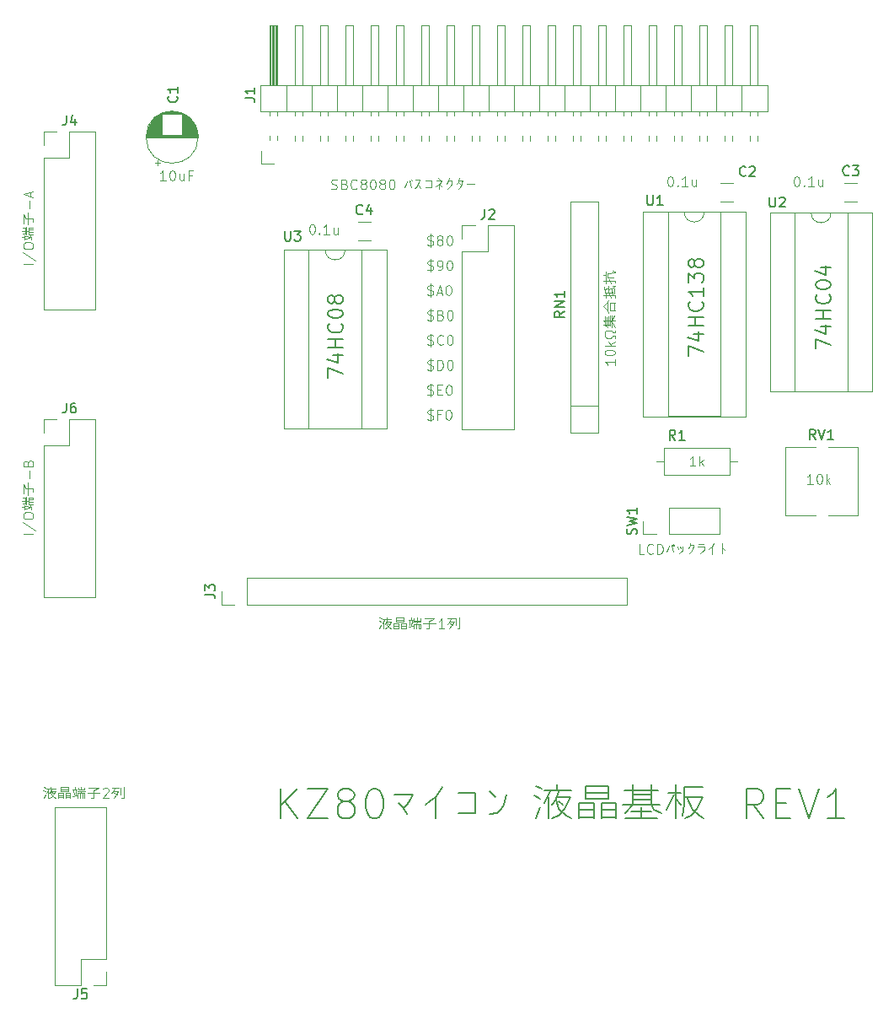
<source format=gto>
G04 #@! TF.GenerationSoftware,KiCad,Pcbnew,(7.0.0-0)*
G04 #@! TF.CreationDate,2023-03-24T09:46:00+09:00*
G04 #@! TF.ProjectId,KZ80-SC1602,4b5a3830-2d53-4433-9136-30322e6b6963,rev?*
G04 #@! TF.SameCoordinates,PX5f5e100PY8f0d180*
G04 #@! TF.FileFunction,Legend,Top*
G04 #@! TF.FilePolarity,Positive*
%FSLAX46Y46*%
G04 Gerber Fmt 4.6, Leading zero omitted, Abs format (unit mm)*
G04 Created by KiCad (PCBNEW (7.0.0-0)) date 2023-03-24 09:46:00*
%MOMM*%
%LPD*%
G01*
G04 APERTURE LIST*
%ADD10C,0.100000*%
%ADD11C,0.150000*%
%ADD12C,0.200000*%
%ADD13C,0.120000*%
G04 APERTURE END LIST*
D10*
X1842380Y75848096D02*
X842380Y75848096D01*
X794761Y77038571D02*
X2080476Y76181429D01*
X842380Y77562381D02*
X842380Y77752857D01*
X842380Y77752857D02*
X890000Y77848095D01*
X890000Y77848095D02*
X985238Y77943333D01*
X985238Y77943333D02*
X1175714Y77990952D01*
X1175714Y77990952D02*
X1509047Y77990952D01*
X1509047Y77990952D02*
X1699523Y77943333D01*
X1699523Y77943333D02*
X1794761Y77848095D01*
X1794761Y77848095D02*
X1842380Y77752857D01*
X1842380Y77752857D02*
X1842380Y77562381D01*
X1842380Y77562381D02*
X1794761Y77467143D01*
X1794761Y77467143D02*
X1699523Y77371905D01*
X1699523Y77371905D02*
X1509047Y77324286D01*
X1509047Y77324286D02*
X1175714Y77324286D01*
X1175714Y77324286D02*
X985238Y77371905D01*
X985238Y77371905D02*
X890000Y77467143D01*
X890000Y77467143D02*
X842380Y77562381D01*
X985238Y78276667D02*
X985238Y78705238D01*
X1032857Y78848095D02*
X1032857Y79467143D01*
X1175714Y78752857D02*
X1175714Y79514762D01*
X747142Y78514762D02*
X985238Y78514762D01*
X1366190Y78800476D02*
X1842380Y78800476D01*
X794761Y78848095D02*
X1032857Y78848095D01*
X1366190Y79038571D02*
X1842380Y79038571D01*
X1175714Y79133809D02*
X1366190Y79086190D01*
X699523Y79133809D02*
X1032857Y79133809D01*
X1366190Y79276667D02*
X1842380Y79276667D01*
X794761Y79467143D02*
X1032857Y79467143D01*
X1080476Y78610000D02*
X1604285Y78562381D01*
X1556666Y78705238D02*
X1651904Y78276667D01*
X1080476Y78371905D02*
X1509047Y78419524D01*
X1366190Y78800476D02*
X1366190Y79467143D01*
X1366190Y79467143D02*
X1842380Y79467143D01*
X1842380Y79467143D02*
X1842380Y79419524D01*
X1318571Y79752857D02*
X1318571Y80990952D01*
X1842380Y80086190D02*
X1842380Y80371904D01*
X1080476Y80371904D02*
X1842380Y80371904D01*
X842380Y79895714D02*
X842380Y80848095D01*
X842380Y80848095D02*
X937619Y80705238D01*
X937619Y80705238D02*
X1080476Y80371904D01*
X1461428Y81371904D02*
X1461428Y82133808D01*
X1556666Y82562380D02*
X1556666Y83038570D01*
X1842380Y82467142D02*
X842380Y82800475D01*
X842380Y82800475D02*
X1842380Y83133808D01*
X41475476Y62730239D02*
X41618333Y62682620D01*
X41618333Y62682620D02*
X41856428Y62682620D01*
X41856428Y62682620D02*
X41951666Y62730239D01*
X41951666Y62730239D02*
X41999285Y62777858D01*
X41999285Y62777858D02*
X42046904Y62873096D01*
X42046904Y62873096D02*
X42046904Y62968334D01*
X42046904Y62968334D02*
X41999285Y63063572D01*
X41999285Y63063572D02*
X41951666Y63111191D01*
X41951666Y63111191D02*
X41856428Y63158810D01*
X41856428Y63158810D02*
X41665952Y63206429D01*
X41665952Y63206429D02*
X41570714Y63254048D01*
X41570714Y63254048D02*
X41523095Y63301667D01*
X41523095Y63301667D02*
X41475476Y63396905D01*
X41475476Y63396905D02*
X41475476Y63492143D01*
X41475476Y63492143D02*
X41523095Y63587381D01*
X41523095Y63587381D02*
X41570714Y63635000D01*
X41570714Y63635000D02*
X41665952Y63682620D01*
X41665952Y63682620D02*
X41904047Y63682620D01*
X41904047Y63682620D02*
X42046904Y63635000D01*
X41761190Y63825477D02*
X41761190Y62539762D01*
X42475476Y63206429D02*
X42808809Y63206429D01*
X42951666Y62682620D02*
X42475476Y62682620D01*
X42475476Y62682620D02*
X42475476Y63682620D01*
X42475476Y63682620D02*
X42951666Y63682620D01*
X43570714Y63682620D02*
X43665952Y63682620D01*
X43665952Y63682620D02*
X43761190Y63635000D01*
X43761190Y63635000D02*
X43808809Y63587381D01*
X43808809Y63587381D02*
X43856428Y63492143D01*
X43856428Y63492143D02*
X43904047Y63301667D01*
X43904047Y63301667D02*
X43904047Y63063572D01*
X43904047Y63063572D02*
X43856428Y62873096D01*
X43856428Y62873096D02*
X43808809Y62777858D01*
X43808809Y62777858D02*
X43761190Y62730239D01*
X43761190Y62730239D02*
X43665952Y62682620D01*
X43665952Y62682620D02*
X43570714Y62682620D01*
X43570714Y62682620D02*
X43475476Y62730239D01*
X43475476Y62730239D02*
X43427857Y62777858D01*
X43427857Y62777858D02*
X43380238Y62873096D01*
X43380238Y62873096D02*
X43332619Y63063572D01*
X43332619Y63063572D02*
X43332619Y63301667D01*
X43332619Y63301667D02*
X43380238Y63492143D01*
X43380238Y63492143D02*
X43427857Y63587381D01*
X43427857Y63587381D02*
X43475476Y63635000D01*
X43475476Y63635000D02*
X43570714Y63682620D01*
X15161904Y84217620D02*
X14590476Y84217620D01*
X14876190Y84217620D02*
X14876190Y85217620D01*
X14876190Y85217620D02*
X14780952Y85074762D01*
X14780952Y85074762D02*
X14685714Y84979524D01*
X14685714Y84979524D02*
X14590476Y84931905D01*
X15780952Y85217620D02*
X15876190Y85217620D01*
X15876190Y85217620D02*
X15971428Y85170000D01*
X15971428Y85170000D02*
X16019047Y85122381D01*
X16019047Y85122381D02*
X16066666Y85027143D01*
X16066666Y85027143D02*
X16114285Y84836667D01*
X16114285Y84836667D02*
X16114285Y84598572D01*
X16114285Y84598572D02*
X16066666Y84408096D01*
X16066666Y84408096D02*
X16019047Y84312858D01*
X16019047Y84312858D02*
X15971428Y84265239D01*
X15971428Y84265239D02*
X15876190Y84217620D01*
X15876190Y84217620D02*
X15780952Y84217620D01*
X15780952Y84217620D02*
X15685714Y84265239D01*
X15685714Y84265239D02*
X15638095Y84312858D01*
X15638095Y84312858D02*
X15590476Y84408096D01*
X15590476Y84408096D02*
X15542857Y84598572D01*
X15542857Y84598572D02*
X15542857Y84836667D01*
X15542857Y84836667D02*
X15590476Y85027143D01*
X15590476Y85027143D02*
X15638095Y85122381D01*
X15638095Y85122381D02*
X15685714Y85170000D01*
X15685714Y85170000D02*
X15780952Y85217620D01*
X16971428Y84884286D02*
X16971428Y84217620D01*
X16542857Y84884286D02*
X16542857Y84360477D01*
X16542857Y84360477D02*
X16590476Y84265239D01*
X16590476Y84265239D02*
X16685714Y84217620D01*
X16685714Y84217620D02*
X16828571Y84217620D01*
X16828571Y84217620D02*
X16923809Y84265239D01*
X16923809Y84265239D02*
X16971428Y84312858D01*
X17780952Y84741429D02*
X17447619Y84741429D01*
X17447619Y84217620D02*
X17447619Y85217620D01*
X17447619Y85217620D02*
X17923809Y85217620D01*
X41475476Y72730239D02*
X41618333Y72682620D01*
X41618333Y72682620D02*
X41856428Y72682620D01*
X41856428Y72682620D02*
X41951666Y72730239D01*
X41951666Y72730239D02*
X41999285Y72777858D01*
X41999285Y72777858D02*
X42046904Y72873096D01*
X42046904Y72873096D02*
X42046904Y72968334D01*
X42046904Y72968334D02*
X41999285Y73063572D01*
X41999285Y73063572D02*
X41951666Y73111191D01*
X41951666Y73111191D02*
X41856428Y73158810D01*
X41856428Y73158810D02*
X41665952Y73206429D01*
X41665952Y73206429D02*
X41570714Y73254048D01*
X41570714Y73254048D02*
X41523095Y73301667D01*
X41523095Y73301667D02*
X41475476Y73396905D01*
X41475476Y73396905D02*
X41475476Y73492143D01*
X41475476Y73492143D02*
X41523095Y73587381D01*
X41523095Y73587381D02*
X41570714Y73635000D01*
X41570714Y73635000D02*
X41665952Y73682620D01*
X41665952Y73682620D02*
X41904047Y73682620D01*
X41904047Y73682620D02*
X42046904Y73635000D01*
X41761190Y73825477D02*
X41761190Y72539762D01*
X42427857Y72968334D02*
X42904047Y72968334D01*
X42332619Y72682620D02*
X42665952Y73682620D01*
X42665952Y73682620D02*
X42999285Y72682620D01*
X43523095Y73682620D02*
X43618333Y73682620D01*
X43618333Y73682620D02*
X43713571Y73635000D01*
X43713571Y73635000D02*
X43761190Y73587381D01*
X43761190Y73587381D02*
X43808809Y73492143D01*
X43808809Y73492143D02*
X43856428Y73301667D01*
X43856428Y73301667D02*
X43856428Y73063572D01*
X43856428Y73063572D02*
X43808809Y72873096D01*
X43808809Y72873096D02*
X43761190Y72777858D01*
X43761190Y72777858D02*
X43713571Y72730239D01*
X43713571Y72730239D02*
X43618333Y72682620D01*
X43618333Y72682620D02*
X43523095Y72682620D01*
X43523095Y72682620D02*
X43427857Y72730239D01*
X43427857Y72730239D02*
X43380238Y72777858D01*
X43380238Y72777858D02*
X43332619Y72873096D01*
X43332619Y72873096D02*
X43285000Y73063572D01*
X43285000Y73063572D02*
X43285000Y73301667D01*
X43285000Y73301667D02*
X43332619Y73492143D01*
X43332619Y73492143D02*
X43380238Y73587381D01*
X43380238Y73587381D02*
X43427857Y73635000D01*
X43427857Y73635000D02*
X43523095Y73682620D01*
X41475476Y70230239D02*
X41618333Y70182620D01*
X41618333Y70182620D02*
X41856428Y70182620D01*
X41856428Y70182620D02*
X41951666Y70230239D01*
X41951666Y70230239D02*
X41999285Y70277858D01*
X41999285Y70277858D02*
X42046904Y70373096D01*
X42046904Y70373096D02*
X42046904Y70468334D01*
X42046904Y70468334D02*
X41999285Y70563572D01*
X41999285Y70563572D02*
X41951666Y70611191D01*
X41951666Y70611191D02*
X41856428Y70658810D01*
X41856428Y70658810D02*
X41665952Y70706429D01*
X41665952Y70706429D02*
X41570714Y70754048D01*
X41570714Y70754048D02*
X41523095Y70801667D01*
X41523095Y70801667D02*
X41475476Y70896905D01*
X41475476Y70896905D02*
X41475476Y70992143D01*
X41475476Y70992143D02*
X41523095Y71087381D01*
X41523095Y71087381D02*
X41570714Y71135000D01*
X41570714Y71135000D02*
X41665952Y71182620D01*
X41665952Y71182620D02*
X41904047Y71182620D01*
X41904047Y71182620D02*
X42046904Y71135000D01*
X41761190Y71325477D02*
X41761190Y70039762D01*
X42808809Y70706429D02*
X42951666Y70658810D01*
X42951666Y70658810D02*
X42999285Y70611191D01*
X42999285Y70611191D02*
X43046904Y70515953D01*
X43046904Y70515953D02*
X43046904Y70373096D01*
X43046904Y70373096D02*
X42999285Y70277858D01*
X42999285Y70277858D02*
X42951666Y70230239D01*
X42951666Y70230239D02*
X42856428Y70182620D01*
X42856428Y70182620D02*
X42475476Y70182620D01*
X42475476Y70182620D02*
X42475476Y71182620D01*
X42475476Y71182620D02*
X42808809Y71182620D01*
X42808809Y71182620D02*
X42904047Y71135000D01*
X42904047Y71135000D02*
X42951666Y71087381D01*
X42951666Y71087381D02*
X42999285Y70992143D01*
X42999285Y70992143D02*
X42999285Y70896905D01*
X42999285Y70896905D02*
X42951666Y70801667D01*
X42951666Y70801667D02*
X42904047Y70754048D01*
X42904047Y70754048D02*
X42808809Y70706429D01*
X42808809Y70706429D02*
X42475476Y70706429D01*
X43665952Y71182620D02*
X43761190Y71182620D01*
X43761190Y71182620D02*
X43856428Y71135000D01*
X43856428Y71135000D02*
X43904047Y71087381D01*
X43904047Y71087381D02*
X43951666Y70992143D01*
X43951666Y70992143D02*
X43999285Y70801667D01*
X43999285Y70801667D02*
X43999285Y70563572D01*
X43999285Y70563572D02*
X43951666Y70373096D01*
X43951666Y70373096D02*
X43904047Y70277858D01*
X43904047Y70277858D02*
X43856428Y70230239D01*
X43856428Y70230239D02*
X43761190Y70182620D01*
X43761190Y70182620D02*
X43665952Y70182620D01*
X43665952Y70182620D02*
X43570714Y70230239D01*
X43570714Y70230239D02*
X43523095Y70277858D01*
X43523095Y70277858D02*
X43475476Y70373096D01*
X43475476Y70373096D02*
X43427857Y70563572D01*
X43427857Y70563572D02*
X43427857Y70801667D01*
X43427857Y70801667D02*
X43475476Y70992143D01*
X43475476Y70992143D02*
X43523095Y71087381D01*
X43523095Y71087381D02*
X43570714Y71135000D01*
X43570714Y71135000D02*
X43665952Y71182620D01*
X36928571Y40170000D02*
X37833333Y40170000D01*
X37071428Y39931905D02*
X37071428Y39217620D01*
X37357142Y40360477D02*
X37357142Y40170000D01*
X37404761Y39789048D02*
X37547619Y39693810D01*
X36642857Y40312858D02*
X36833333Y40217620D01*
X36595238Y39979524D02*
X36785714Y39884286D01*
X37309523Y39836667D02*
X37404761Y39550953D01*
X37404761Y39550953D02*
X37642857Y39312858D01*
X37642857Y39312858D02*
X37833333Y39217620D01*
X36785714Y39598572D02*
X36642857Y39217620D01*
X37119047Y40122381D02*
X36928571Y39741429D01*
X37404761Y40122381D02*
X37309523Y39836667D01*
X37309523Y39836667D02*
X37166666Y39693810D01*
X37309523Y39931905D02*
X37785714Y39931905D01*
X37785714Y39931905D02*
X37595238Y39550953D01*
X37595238Y39550953D02*
X37404761Y39312858D01*
X37404761Y39312858D02*
X37166666Y39217620D01*
X38309523Y40074762D02*
X39071428Y40074762D01*
X38309523Y39884286D02*
X39071428Y39884286D01*
X38071428Y39503334D02*
X38595237Y39503334D01*
X38833332Y39503334D02*
X39309523Y39503334D01*
X38071428Y39265239D02*
X38595237Y39265239D01*
X38833332Y39265239D02*
X39309523Y39265239D01*
X38071428Y39741429D02*
X38071428Y39217620D01*
X38309523Y40312858D02*
X38309523Y39884286D01*
X38071428Y39741429D02*
X38595237Y39741429D01*
X38595237Y39741429D02*
X38595237Y39217620D01*
X38833332Y39741429D02*
X38833332Y39217620D01*
X38309523Y40312858D02*
X39071428Y40312858D01*
X39071428Y40312858D02*
X39071428Y39884286D01*
X38833332Y39741429D02*
X39309523Y39741429D01*
X39309523Y39741429D02*
X39309523Y39217620D01*
X39547618Y40074762D02*
X39976189Y40074762D01*
X40119046Y40027143D02*
X40738094Y40027143D01*
X40023808Y39884286D02*
X40785713Y39884286D01*
X39785713Y40312858D02*
X39785713Y40074762D01*
X40071427Y39693810D02*
X40071427Y39217620D01*
X40119046Y40265239D02*
X40119046Y40027143D01*
X40309522Y39693810D02*
X40309522Y39217620D01*
X40404760Y39884286D02*
X40357141Y39693810D01*
X40404760Y40360477D02*
X40404760Y40027143D01*
X40547618Y39693810D02*
X40547618Y39217620D01*
X40738094Y40265239D02*
X40738094Y40027143D01*
X39880951Y39979524D02*
X39833332Y39455715D01*
X39976189Y39503334D02*
X39547618Y39408096D01*
X39642856Y39979524D02*
X39690475Y39550953D01*
X40071427Y39693810D02*
X40738094Y39693810D01*
X40738094Y39693810D02*
X40738094Y39217620D01*
X40738094Y39217620D02*
X40690475Y39217620D01*
X41023808Y39741429D02*
X42261903Y39741429D01*
X41357141Y39217620D02*
X41642855Y39217620D01*
X41642855Y39979524D02*
X41642855Y39217620D01*
X41166665Y40217620D02*
X42119046Y40217620D01*
X42119046Y40217620D02*
X41976189Y40122381D01*
X41976189Y40122381D02*
X41642855Y39979524D01*
X43166664Y39217620D02*
X42595236Y39217620D01*
X42880950Y39217620D02*
X42880950Y40217620D01*
X42880950Y40217620D02*
X42785712Y40074762D01*
X42785712Y40074762D02*
X42690474Y39979524D01*
X42690474Y39979524D02*
X42595236Y39931905D01*
X43499998Y40265239D02*
X44214283Y40265239D01*
X44452379Y39217620D02*
X44690474Y39217620D01*
X44309521Y40217620D02*
X44309521Y39550953D01*
X44690474Y40312858D02*
X44690474Y39217620D01*
X43595236Y39789048D02*
X43976188Y39598572D01*
X43785712Y40265239D02*
X43595236Y39836667D01*
X43595236Y39836667D02*
X43452379Y39693810D01*
X43642855Y39931905D02*
X44119045Y39931905D01*
X44119045Y39931905D02*
X43928569Y39550953D01*
X43928569Y39550953D02*
X43642855Y39217620D01*
X41475476Y65230239D02*
X41618333Y65182620D01*
X41618333Y65182620D02*
X41856428Y65182620D01*
X41856428Y65182620D02*
X41951666Y65230239D01*
X41951666Y65230239D02*
X41999285Y65277858D01*
X41999285Y65277858D02*
X42046904Y65373096D01*
X42046904Y65373096D02*
X42046904Y65468334D01*
X42046904Y65468334D02*
X41999285Y65563572D01*
X41999285Y65563572D02*
X41951666Y65611191D01*
X41951666Y65611191D02*
X41856428Y65658810D01*
X41856428Y65658810D02*
X41665952Y65706429D01*
X41665952Y65706429D02*
X41570714Y65754048D01*
X41570714Y65754048D02*
X41523095Y65801667D01*
X41523095Y65801667D02*
X41475476Y65896905D01*
X41475476Y65896905D02*
X41475476Y65992143D01*
X41475476Y65992143D02*
X41523095Y66087381D01*
X41523095Y66087381D02*
X41570714Y66135000D01*
X41570714Y66135000D02*
X41665952Y66182620D01*
X41665952Y66182620D02*
X41904047Y66182620D01*
X41904047Y66182620D02*
X42046904Y66135000D01*
X41761190Y66325477D02*
X41761190Y65039762D01*
X42475476Y65182620D02*
X42475476Y66182620D01*
X42475476Y66182620D02*
X42713571Y66182620D01*
X42713571Y66182620D02*
X42856428Y66135000D01*
X42856428Y66135000D02*
X42951666Y66039762D01*
X42951666Y66039762D02*
X42999285Y65944524D01*
X42999285Y65944524D02*
X43046904Y65754048D01*
X43046904Y65754048D02*
X43046904Y65611191D01*
X43046904Y65611191D02*
X42999285Y65420715D01*
X42999285Y65420715D02*
X42951666Y65325477D01*
X42951666Y65325477D02*
X42856428Y65230239D01*
X42856428Y65230239D02*
X42713571Y65182620D01*
X42713571Y65182620D02*
X42475476Y65182620D01*
X43665952Y66182620D02*
X43761190Y66182620D01*
X43761190Y66182620D02*
X43856428Y66135000D01*
X43856428Y66135000D02*
X43904047Y66087381D01*
X43904047Y66087381D02*
X43951666Y65992143D01*
X43951666Y65992143D02*
X43999285Y65801667D01*
X43999285Y65801667D02*
X43999285Y65563572D01*
X43999285Y65563572D02*
X43951666Y65373096D01*
X43951666Y65373096D02*
X43904047Y65277858D01*
X43904047Y65277858D02*
X43856428Y65230239D01*
X43856428Y65230239D02*
X43761190Y65182620D01*
X43761190Y65182620D02*
X43665952Y65182620D01*
X43665952Y65182620D02*
X43570714Y65230239D01*
X43570714Y65230239D02*
X43523095Y65277858D01*
X43523095Y65277858D02*
X43475476Y65373096D01*
X43475476Y65373096D02*
X43427857Y65563572D01*
X43427857Y65563572D02*
X43427857Y65801667D01*
X43427857Y65801667D02*
X43475476Y65992143D01*
X43475476Y65992143D02*
X43523095Y66087381D01*
X43523095Y66087381D02*
X43570714Y66135000D01*
X43570714Y66135000D02*
X43665952Y66182620D01*
X60282380Y66261905D02*
X60282380Y65690477D01*
X60282380Y65976191D02*
X59282380Y65976191D01*
X59282380Y65976191D02*
X59425238Y65880953D01*
X59425238Y65880953D02*
X59520476Y65785715D01*
X59520476Y65785715D02*
X59568095Y65690477D01*
X59282380Y66880953D02*
X59282380Y66976191D01*
X59282380Y66976191D02*
X59330000Y67071429D01*
X59330000Y67071429D02*
X59377619Y67119048D01*
X59377619Y67119048D02*
X59472857Y67166667D01*
X59472857Y67166667D02*
X59663333Y67214286D01*
X59663333Y67214286D02*
X59901428Y67214286D01*
X59901428Y67214286D02*
X60091904Y67166667D01*
X60091904Y67166667D02*
X60187142Y67119048D01*
X60187142Y67119048D02*
X60234761Y67071429D01*
X60234761Y67071429D02*
X60282380Y66976191D01*
X60282380Y66976191D02*
X60282380Y66880953D01*
X60282380Y66880953D02*
X60234761Y66785715D01*
X60234761Y66785715D02*
X60187142Y66738096D01*
X60187142Y66738096D02*
X60091904Y66690477D01*
X60091904Y66690477D02*
X59901428Y66642858D01*
X59901428Y66642858D02*
X59663333Y66642858D01*
X59663333Y66642858D02*
X59472857Y66690477D01*
X59472857Y66690477D02*
X59377619Y66738096D01*
X59377619Y66738096D02*
X59330000Y66785715D01*
X59330000Y66785715D02*
X59282380Y66880953D01*
X60282380Y67642858D02*
X59282380Y67642858D01*
X59901428Y67738096D02*
X60282380Y68023810D01*
X59615714Y68023810D02*
X59996666Y67642858D01*
X60282380Y68404763D02*
X60282380Y68642858D01*
X60282380Y68642858D02*
X60091904Y68642858D01*
X60091904Y68642858D02*
X60044285Y68547620D01*
X60044285Y68547620D02*
X59949047Y68452382D01*
X59949047Y68452382D02*
X59806190Y68404763D01*
X59806190Y68404763D02*
X59568095Y68404763D01*
X59568095Y68404763D02*
X59425238Y68452382D01*
X59425238Y68452382D02*
X59330000Y68547620D01*
X59330000Y68547620D02*
X59282380Y68690477D01*
X59282380Y68690477D02*
X59282380Y68880953D01*
X59282380Y68880953D02*
X59330000Y69023810D01*
X59330000Y69023810D02*
X59425238Y69119048D01*
X59425238Y69119048D02*
X59568095Y69166667D01*
X59568095Y69166667D02*
X59806190Y69166667D01*
X59806190Y69166667D02*
X59949047Y69119048D01*
X59949047Y69119048D02*
X60044285Y69023810D01*
X60044285Y69023810D02*
X60091904Y68928572D01*
X60091904Y68928572D02*
X60282380Y68928572D01*
X60282380Y68928572D02*
X60282380Y69166667D01*
X59330000Y69642858D02*
X59330000Y70547620D01*
X59472857Y69642858D02*
X59472857Y70500001D01*
X59615714Y69642858D02*
X59615714Y70547620D01*
X59806190Y69642858D02*
X59806190Y70642858D01*
X59949047Y69500001D02*
X59949047Y70690477D01*
X59282380Y69690477D02*
X59806190Y69690477D01*
X59234761Y70119048D02*
X60282380Y70119048D01*
X59282380Y69690477D02*
X59520476Y69452382D01*
X59996666Y70166667D02*
X60234761Y70690477D01*
X59139523Y69738096D02*
X59377619Y69642858D01*
X59139523Y70119048D02*
X59330000Y70071429D01*
X59901428Y70071429D02*
X60044285Y69928572D01*
X60044285Y69928572D02*
X60282380Y69452382D01*
X59568095Y71214286D02*
X59568095Y71880953D01*
X60234761Y71166667D02*
X60234761Y71928572D01*
X59806190Y71166667D02*
X60282380Y71166667D01*
X59806190Y71166667D02*
X59806190Y71928572D01*
X59806190Y71928572D02*
X60282380Y71928572D01*
X59139523Y71547619D02*
X59472857Y71880953D01*
X59472857Y71880953D02*
X59615714Y72166667D01*
X59139523Y71547619D02*
X59520476Y71166667D01*
X59520476Y71166667D02*
X59615714Y70928572D01*
X59425238Y72404762D02*
X59425238Y72833333D01*
X59615714Y72928571D02*
X59615714Y73595238D01*
X60234761Y72833333D02*
X60234761Y73357143D01*
X60282380Y72452381D02*
X60282380Y72642857D01*
X59139523Y72642857D02*
X60282380Y72642857D01*
X59282380Y72928571D02*
X60044285Y72928571D01*
X59710952Y72833333D02*
X59853809Y72404762D01*
X59234761Y73309523D02*
X59520476Y73357143D01*
X59520476Y73357143D02*
X59663333Y73309523D01*
X59663333Y73309523D02*
X60139523Y73404762D01*
X59187142Y73500000D02*
X59282380Y73023809D01*
X59996666Y73261904D02*
X60044285Y72785714D01*
X60044285Y73642857D02*
X60282380Y73595238D01*
X60282380Y73595238D02*
X60234761Y73500000D01*
X59377619Y74357142D02*
X59377619Y75071428D01*
X59425238Y73880952D02*
X59425238Y74309523D01*
X60282380Y73928571D02*
X60282380Y74119047D01*
X59139523Y74119047D02*
X60282380Y74119047D01*
X59139523Y74690475D02*
X59330000Y74690475D01*
X59758571Y74309523D02*
X59853809Y73880952D01*
X59568095Y74499999D02*
X59901428Y74499999D01*
X59901428Y74499999D02*
X60139523Y74452380D01*
X59568095Y74499999D02*
X59568095Y74880952D01*
X59568095Y74880952D02*
X60282380Y74928571D01*
X60282380Y74928571D02*
X60282380Y75071428D01*
X60282380Y75071428D02*
X60091904Y75166666D01*
X78528571Y84617620D02*
X78623809Y84617620D01*
X78623809Y84617620D02*
X78719047Y84570000D01*
X78719047Y84570000D02*
X78766666Y84522381D01*
X78766666Y84522381D02*
X78814285Y84427143D01*
X78814285Y84427143D02*
X78861904Y84236667D01*
X78861904Y84236667D02*
X78861904Y83998572D01*
X78861904Y83998572D02*
X78814285Y83808096D01*
X78814285Y83808096D02*
X78766666Y83712858D01*
X78766666Y83712858D02*
X78719047Y83665239D01*
X78719047Y83665239D02*
X78623809Y83617620D01*
X78623809Y83617620D02*
X78528571Y83617620D01*
X78528571Y83617620D02*
X78433333Y83665239D01*
X78433333Y83665239D02*
X78385714Y83712858D01*
X78385714Y83712858D02*
X78338095Y83808096D01*
X78338095Y83808096D02*
X78290476Y83998572D01*
X78290476Y83998572D02*
X78290476Y84236667D01*
X78290476Y84236667D02*
X78338095Y84427143D01*
X78338095Y84427143D02*
X78385714Y84522381D01*
X78385714Y84522381D02*
X78433333Y84570000D01*
X78433333Y84570000D02*
X78528571Y84617620D01*
X79290476Y83712858D02*
X79338095Y83665239D01*
X79338095Y83665239D02*
X79290476Y83617620D01*
X79290476Y83617620D02*
X79242857Y83665239D01*
X79242857Y83665239D02*
X79290476Y83712858D01*
X79290476Y83712858D02*
X79290476Y83617620D01*
X80290475Y83617620D02*
X79719047Y83617620D01*
X80004761Y83617620D02*
X80004761Y84617620D01*
X80004761Y84617620D02*
X79909523Y84474762D01*
X79909523Y84474762D02*
X79814285Y84379524D01*
X79814285Y84379524D02*
X79719047Y84331905D01*
X81147618Y84284286D02*
X81147618Y83617620D01*
X80719047Y84284286D02*
X80719047Y83760477D01*
X80719047Y83760477D02*
X80766666Y83665239D01*
X80766666Y83665239D02*
X80861904Y83617620D01*
X80861904Y83617620D02*
X81004761Y83617620D01*
X81004761Y83617620D02*
X81099999Y83665239D01*
X81099999Y83665239D02*
X81147618Y83712858D01*
X41475476Y67730239D02*
X41618333Y67682620D01*
X41618333Y67682620D02*
X41856428Y67682620D01*
X41856428Y67682620D02*
X41951666Y67730239D01*
X41951666Y67730239D02*
X41999285Y67777858D01*
X41999285Y67777858D02*
X42046904Y67873096D01*
X42046904Y67873096D02*
X42046904Y67968334D01*
X42046904Y67968334D02*
X41999285Y68063572D01*
X41999285Y68063572D02*
X41951666Y68111191D01*
X41951666Y68111191D02*
X41856428Y68158810D01*
X41856428Y68158810D02*
X41665952Y68206429D01*
X41665952Y68206429D02*
X41570714Y68254048D01*
X41570714Y68254048D02*
X41523095Y68301667D01*
X41523095Y68301667D02*
X41475476Y68396905D01*
X41475476Y68396905D02*
X41475476Y68492143D01*
X41475476Y68492143D02*
X41523095Y68587381D01*
X41523095Y68587381D02*
X41570714Y68635000D01*
X41570714Y68635000D02*
X41665952Y68682620D01*
X41665952Y68682620D02*
X41904047Y68682620D01*
X41904047Y68682620D02*
X42046904Y68635000D01*
X41761190Y68825477D02*
X41761190Y67539762D01*
X43046904Y67777858D02*
X42999285Y67730239D01*
X42999285Y67730239D02*
X42856428Y67682620D01*
X42856428Y67682620D02*
X42761190Y67682620D01*
X42761190Y67682620D02*
X42618333Y67730239D01*
X42618333Y67730239D02*
X42523095Y67825477D01*
X42523095Y67825477D02*
X42475476Y67920715D01*
X42475476Y67920715D02*
X42427857Y68111191D01*
X42427857Y68111191D02*
X42427857Y68254048D01*
X42427857Y68254048D02*
X42475476Y68444524D01*
X42475476Y68444524D02*
X42523095Y68539762D01*
X42523095Y68539762D02*
X42618333Y68635000D01*
X42618333Y68635000D02*
X42761190Y68682620D01*
X42761190Y68682620D02*
X42856428Y68682620D01*
X42856428Y68682620D02*
X42999285Y68635000D01*
X42999285Y68635000D02*
X43046904Y68587381D01*
X43665952Y68682620D02*
X43761190Y68682620D01*
X43761190Y68682620D02*
X43856428Y68635000D01*
X43856428Y68635000D02*
X43904047Y68587381D01*
X43904047Y68587381D02*
X43951666Y68492143D01*
X43951666Y68492143D02*
X43999285Y68301667D01*
X43999285Y68301667D02*
X43999285Y68063572D01*
X43999285Y68063572D02*
X43951666Y67873096D01*
X43951666Y67873096D02*
X43904047Y67777858D01*
X43904047Y67777858D02*
X43856428Y67730239D01*
X43856428Y67730239D02*
X43761190Y67682620D01*
X43761190Y67682620D02*
X43665952Y67682620D01*
X43665952Y67682620D02*
X43570714Y67730239D01*
X43570714Y67730239D02*
X43523095Y67777858D01*
X43523095Y67777858D02*
X43475476Y67873096D01*
X43475476Y67873096D02*
X43427857Y68063572D01*
X43427857Y68063572D02*
X43427857Y68301667D01*
X43427857Y68301667D02*
X43475476Y68492143D01*
X43475476Y68492143D02*
X43523095Y68587381D01*
X43523095Y68587381D02*
X43570714Y68635000D01*
X43570714Y68635000D02*
X43665952Y68682620D01*
D11*
X31473571Y64414286D02*
X31473571Y65414286D01*
X31473571Y65414286D02*
X32973571Y64771429D01*
X31973571Y66628571D02*
X32973571Y66628571D01*
X31402142Y66271429D02*
X32473571Y65914286D01*
X32473571Y65914286D02*
X32473571Y66842857D01*
X32973571Y67414285D02*
X31473571Y67414285D01*
X32187857Y67414285D02*
X32187857Y68271428D01*
X32973571Y68271428D02*
X31473571Y68271428D01*
X32830714Y69842857D02*
X32902142Y69771429D01*
X32902142Y69771429D02*
X32973571Y69557143D01*
X32973571Y69557143D02*
X32973571Y69414286D01*
X32973571Y69414286D02*
X32902142Y69200000D01*
X32902142Y69200000D02*
X32759285Y69057143D01*
X32759285Y69057143D02*
X32616428Y68985714D01*
X32616428Y68985714D02*
X32330714Y68914286D01*
X32330714Y68914286D02*
X32116428Y68914286D01*
X32116428Y68914286D02*
X31830714Y68985714D01*
X31830714Y68985714D02*
X31687857Y69057143D01*
X31687857Y69057143D02*
X31545000Y69200000D01*
X31545000Y69200000D02*
X31473571Y69414286D01*
X31473571Y69414286D02*
X31473571Y69557143D01*
X31473571Y69557143D02*
X31545000Y69771429D01*
X31545000Y69771429D02*
X31616428Y69842857D01*
X31473571Y70771429D02*
X31473571Y70914286D01*
X31473571Y70914286D02*
X31545000Y71057143D01*
X31545000Y71057143D02*
X31616428Y71128571D01*
X31616428Y71128571D02*
X31759285Y71200000D01*
X31759285Y71200000D02*
X32045000Y71271429D01*
X32045000Y71271429D02*
X32402142Y71271429D01*
X32402142Y71271429D02*
X32687857Y71200000D01*
X32687857Y71200000D02*
X32830714Y71128571D01*
X32830714Y71128571D02*
X32902142Y71057143D01*
X32902142Y71057143D02*
X32973571Y70914286D01*
X32973571Y70914286D02*
X32973571Y70771429D01*
X32973571Y70771429D02*
X32902142Y70628571D01*
X32902142Y70628571D02*
X32830714Y70557143D01*
X32830714Y70557143D02*
X32687857Y70485714D01*
X32687857Y70485714D02*
X32402142Y70414286D01*
X32402142Y70414286D02*
X32045000Y70414286D01*
X32045000Y70414286D02*
X31759285Y70485714D01*
X31759285Y70485714D02*
X31616428Y70557143D01*
X31616428Y70557143D02*
X31545000Y70628571D01*
X31545000Y70628571D02*
X31473571Y70771429D01*
X32116428Y72128571D02*
X32045000Y71985714D01*
X32045000Y71985714D02*
X31973571Y71914285D01*
X31973571Y71914285D02*
X31830714Y71842857D01*
X31830714Y71842857D02*
X31759285Y71842857D01*
X31759285Y71842857D02*
X31616428Y71914285D01*
X31616428Y71914285D02*
X31545000Y71985714D01*
X31545000Y71985714D02*
X31473571Y72128571D01*
X31473571Y72128571D02*
X31473571Y72414285D01*
X31473571Y72414285D02*
X31545000Y72557142D01*
X31545000Y72557142D02*
X31616428Y72628571D01*
X31616428Y72628571D02*
X31759285Y72700000D01*
X31759285Y72700000D02*
X31830714Y72700000D01*
X31830714Y72700000D02*
X31973571Y72628571D01*
X31973571Y72628571D02*
X32045000Y72557142D01*
X32045000Y72557142D02*
X32116428Y72414285D01*
X32116428Y72414285D02*
X32116428Y72128571D01*
X32116428Y72128571D02*
X32187857Y71985714D01*
X32187857Y71985714D02*
X32259285Y71914285D01*
X32259285Y71914285D02*
X32402142Y71842857D01*
X32402142Y71842857D02*
X32687857Y71842857D01*
X32687857Y71842857D02*
X32830714Y71914285D01*
X32830714Y71914285D02*
X32902142Y71985714D01*
X32902142Y71985714D02*
X32973571Y72128571D01*
X32973571Y72128571D02*
X32973571Y72414285D01*
X32973571Y72414285D02*
X32902142Y72557142D01*
X32902142Y72557142D02*
X32830714Y72628571D01*
X32830714Y72628571D02*
X32687857Y72700000D01*
X32687857Y72700000D02*
X32402142Y72700000D01*
X32402142Y72700000D02*
X32259285Y72628571D01*
X32259285Y72628571D02*
X32187857Y72557142D01*
X32187857Y72557142D02*
X32116428Y72414285D01*
D10*
X63214285Y46717620D02*
X62738095Y46717620D01*
X62738095Y46717620D02*
X62738095Y47717620D01*
X64119047Y46812858D02*
X64071428Y46765239D01*
X64071428Y46765239D02*
X63928571Y46717620D01*
X63928571Y46717620D02*
X63833333Y46717620D01*
X63833333Y46717620D02*
X63690476Y46765239D01*
X63690476Y46765239D02*
X63595238Y46860477D01*
X63595238Y46860477D02*
X63547619Y46955715D01*
X63547619Y46955715D02*
X63500000Y47146191D01*
X63500000Y47146191D02*
X63500000Y47289048D01*
X63500000Y47289048D02*
X63547619Y47479524D01*
X63547619Y47479524D02*
X63595238Y47574762D01*
X63595238Y47574762D02*
X63690476Y47670000D01*
X63690476Y47670000D02*
X63833333Y47717620D01*
X63833333Y47717620D02*
X63928571Y47717620D01*
X63928571Y47717620D02*
X64071428Y47670000D01*
X64071428Y47670000D02*
X64119047Y47622381D01*
X64547619Y46717620D02*
X64547619Y47717620D01*
X64547619Y47717620D02*
X64785714Y47717620D01*
X64785714Y47717620D02*
X64928571Y47670000D01*
X64928571Y47670000D02*
X65023809Y47574762D01*
X65023809Y47574762D02*
X65071428Y47479524D01*
X65071428Y47479524D02*
X65119047Y47289048D01*
X65119047Y47289048D02*
X65119047Y47146191D01*
X65119047Y47146191D02*
X65071428Y46955715D01*
X65071428Y46955715D02*
X65023809Y46860477D01*
X65023809Y46860477D02*
X64928571Y46765239D01*
X64928571Y46765239D02*
X64785714Y46717620D01*
X64785714Y46717620D02*
X64547619Y46717620D01*
X65976190Y47527143D02*
X66166666Y46955715D01*
X65738095Y47527143D02*
X65690476Y47289048D01*
X65690476Y47289048D02*
X65595238Y47098572D01*
X65595238Y47098572D02*
X65500000Y46955715D01*
X66023809Y47622381D02*
X66119047Y47527143D01*
X66166666Y47670000D02*
X66261904Y47574762D01*
X66595238Y47431905D02*
X66690476Y47193810D01*
X66833333Y47479524D02*
X66880952Y47241429D01*
X67119047Y47431905D02*
X67119047Y47193810D01*
X67119047Y47193810D02*
X67071428Y47050953D01*
X67071428Y47050953D02*
X66928571Y46908096D01*
X66928571Y46908096D02*
X66785714Y46812858D01*
X67880952Y47812858D02*
X67833333Y47574762D01*
X67833333Y47574762D02*
X67738095Y47431905D01*
X67738095Y47431905D02*
X67642857Y47241429D01*
X67880952Y47622381D02*
X68166666Y47622381D01*
X68166666Y47622381D02*
X68166666Y47431905D01*
X68166666Y47431905D02*
X68119047Y47241429D01*
X68119047Y47241429D02*
X68023809Y47050953D01*
X68023809Y47050953D02*
X67928571Y46908096D01*
X67928571Y46908096D02*
X67738095Y46765239D01*
X68738095Y47670000D02*
X69214285Y47670000D01*
X68642857Y47431905D02*
X69261904Y47431905D01*
X69261904Y47431905D02*
X69261904Y47193810D01*
X69261904Y47193810D02*
X69166666Y47050953D01*
X69166666Y47050953D02*
X69023809Y46908096D01*
X69023809Y46908096D02*
X68833333Y46765239D01*
X70023809Y47431905D02*
X70023809Y46717620D01*
X70261904Y47765239D02*
X70166666Y47622381D01*
X70166666Y47622381D02*
X70023809Y47431905D01*
X70023809Y47431905D02*
X69833333Y47289048D01*
X69833333Y47289048D02*
X69690476Y47193810D01*
X71071428Y47812858D02*
X71071428Y46765239D01*
X71071428Y47384286D02*
X71357142Y47146191D01*
X31790476Y83365239D02*
X31933333Y83317620D01*
X31933333Y83317620D02*
X32171428Y83317620D01*
X32171428Y83317620D02*
X32266666Y83365239D01*
X32266666Y83365239D02*
X32314285Y83412858D01*
X32314285Y83412858D02*
X32361904Y83508096D01*
X32361904Y83508096D02*
X32361904Y83603334D01*
X32361904Y83603334D02*
X32314285Y83698572D01*
X32314285Y83698572D02*
X32266666Y83746191D01*
X32266666Y83746191D02*
X32171428Y83793810D01*
X32171428Y83793810D02*
X31980952Y83841429D01*
X31980952Y83841429D02*
X31885714Y83889048D01*
X31885714Y83889048D02*
X31838095Y83936667D01*
X31838095Y83936667D02*
X31790476Y84031905D01*
X31790476Y84031905D02*
X31790476Y84127143D01*
X31790476Y84127143D02*
X31838095Y84222381D01*
X31838095Y84222381D02*
X31885714Y84270000D01*
X31885714Y84270000D02*
X31980952Y84317620D01*
X31980952Y84317620D02*
X32219047Y84317620D01*
X32219047Y84317620D02*
X32361904Y84270000D01*
X33123809Y83841429D02*
X33266666Y83793810D01*
X33266666Y83793810D02*
X33314285Y83746191D01*
X33314285Y83746191D02*
X33361904Y83650953D01*
X33361904Y83650953D02*
X33361904Y83508096D01*
X33361904Y83508096D02*
X33314285Y83412858D01*
X33314285Y83412858D02*
X33266666Y83365239D01*
X33266666Y83365239D02*
X33171428Y83317620D01*
X33171428Y83317620D02*
X32790476Y83317620D01*
X32790476Y83317620D02*
X32790476Y84317620D01*
X32790476Y84317620D02*
X33123809Y84317620D01*
X33123809Y84317620D02*
X33219047Y84270000D01*
X33219047Y84270000D02*
X33266666Y84222381D01*
X33266666Y84222381D02*
X33314285Y84127143D01*
X33314285Y84127143D02*
X33314285Y84031905D01*
X33314285Y84031905D02*
X33266666Y83936667D01*
X33266666Y83936667D02*
X33219047Y83889048D01*
X33219047Y83889048D02*
X33123809Y83841429D01*
X33123809Y83841429D02*
X32790476Y83841429D01*
X34361904Y83412858D02*
X34314285Y83365239D01*
X34314285Y83365239D02*
X34171428Y83317620D01*
X34171428Y83317620D02*
X34076190Y83317620D01*
X34076190Y83317620D02*
X33933333Y83365239D01*
X33933333Y83365239D02*
X33838095Y83460477D01*
X33838095Y83460477D02*
X33790476Y83555715D01*
X33790476Y83555715D02*
X33742857Y83746191D01*
X33742857Y83746191D02*
X33742857Y83889048D01*
X33742857Y83889048D02*
X33790476Y84079524D01*
X33790476Y84079524D02*
X33838095Y84174762D01*
X33838095Y84174762D02*
X33933333Y84270000D01*
X33933333Y84270000D02*
X34076190Y84317620D01*
X34076190Y84317620D02*
X34171428Y84317620D01*
X34171428Y84317620D02*
X34314285Y84270000D01*
X34314285Y84270000D02*
X34361904Y84222381D01*
X34933333Y83889048D02*
X34838095Y83936667D01*
X34838095Y83936667D02*
X34790476Y83984286D01*
X34790476Y83984286D02*
X34742857Y84079524D01*
X34742857Y84079524D02*
X34742857Y84127143D01*
X34742857Y84127143D02*
X34790476Y84222381D01*
X34790476Y84222381D02*
X34838095Y84270000D01*
X34838095Y84270000D02*
X34933333Y84317620D01*
X34933333Y84317620D02*
X35123809Y84317620D01*
X35123809Y84317620D02*
X35219047Y84270000D01*
X35219047Y84270000D02*
X35266666Y84222381D01*
X35266666Y84222381D02*
X35314285Y84127143D01*
X35314285Y84127143D02*
X35314285Y84079524D01*
X35314285Y84079524D02*
X35266666Y83984286D01*
X35266666Y83984286D02*
X35219047Y83936667D01*
X35219047Y83936667D02*
X35123809Y83889048D01*
X35123809Y83889048D02*
X34933333Y83889048D01*
X34933333Y83889048D02*
X34838095Y83841429D01*
X34838095Y83841429D02*
X34790476Y83793810D01*
X34790476Y83793810D02*
X34742857Y83698572D01*
X34742857Y83698572D02*
X34742857Y83508096D01*
X34742857Y83508096D02*
X34790476Y83412858D01*
X34790476Y83412858D02*
X34838095Y83365239D01*
X34838095Y83365239D02*
X34933333Y83317620D01*
X34933333Y83317620D02*
X35123809Y83317620D01*
X35123809Y83317620D02*
X35219047Y83365239D01*
X35219047Y83365239D02*
X35266666Y83412858D01*
X35266666Y83412858D02*
X35314285Y83508096D01*
X35314285Y83508096D02*
X35314285Y83698572D01*
X35314285Y83698572D02*
X35266666Y83793810D01*
X35266666Y83793810D02*
X35219047Y83841429D01*
X35219047Y83841429D02*
X35123809Y83889048D01*
X35933333Y84317620D02*
X36028571Y84317620D01*
X36028571Y84317620D02*
X36123809Y84270000D01*
X36123809Y84270000D02*
X36171428Y84222381D01*
X36171428Y84222381D02*
X36219047Y84127143D01*
X36219047Y84127143D02*
X36266666Y83936667D01*
X36266666Y83936667D02*
X36266666Y83698572D01*
X36266666Y83698572D02*
X36219047Y83508096D01*
X36219047Y83508096D02*
X36171428Y83412858D01*
X36171428Y83412858D02*
X36123809Y83365239D01*
X36123809Y83365239D02*
X36028571Y83317620D01*
X36028571Y83317620D02*
X35933333Y83317620D01*
X35933333Y83317620D02*
X35838095Y83365239D01*
X35838095Y83365239D02*
X35790476Y83412858D01*
X35790476Y83412858D02*
X35742857Y83508096D01*
X35742857Y83508096D02*
X35695238Y83698572D01*
X35695238Y83698572D02*
X35695238Y83936667D01*
X35695238Y83936667D02*
X35742857Y84127143D01*
X35742857Y84127143D02*
X35790476Y84222381D01*
X35790476Y84222381D02*
X35838095Y84270000D01*
X35838095Y84270000D02*
X35933333Y84317620D01*
X36838095Y83889048D02*
X36742857Y83936667D01*
X36742857Y83936667D02*
X36695238Y83984286D01*
X36695238Y83984286D02*
X36647619Y84079524D01*
X36647619Y84079524D02*
X36647619Y84127143D01*
X36647619Y84127143D02*
X36695238Y84222381D01*
X36695238Y84222381D02*
X36742857Y84270000D01*
X36742857Y84270000D02*
X36838095Y84317620D01*
X36838095Y84317620D02*
X37028571Y84317620D01*
X37028571Y84317620D02*
X37123809Y84270000D01*
X37123809Y84270000D02*
X37171428Y84222381D01*
X37171428Y84222381D02*
X37219047Y84127143D01*
X37219047Y84127143D02*
X37219047Y84079524D01*
X37219047Y84079524D02*
X37171428Y83984286D01*
X37171428Y83984286D02*
X37123809Y83936667D01*
X37123809Y83936667D02*
X37028571Y83889048D01*
X37028571Y83889048D02*
X36838095Y83889048D01*
X36838095Y83889048D02*
X36742857Y83841429D01*
X36742857Y83841429D02*
X36695238Y83793810D01*
X36695238Y83793810D02*
X36647619Y83698572D01*
X36647619Y83698572D02*
X36647619Y83508096D01*
X36647619Y83508096D02*
X36695238Y83412858D01*
X36695238Y83412858D02*
X36742857Y83365239D01*
X36742857Y83365239D02*
X36838095Y83317620D01*
X36838095Y83317620D02*
X37028571Y83317620D01*
X37028571Y83317620D02*
X37123809Y83365239D01*
X37123809Y83365239D02*
X37171428Y83412858D01*
X37171428Y83412858D02*
X37219047Y83508096D01*
X37219047Y83508096D02*
X37219047Y83698572D01*
X37219047Y83698572D02*
X37171428Y83793810D01*
X37171428Y83793810D02*
X37123809Y83841429D01*
X37123809Y83841429D02*
X37028571Y83889048D01*
X37838095Y84317620D02*
X37933333Y84317620D01*
X37933333Y84317620D02*
X38028571Y84270000D01*
X38028571Y84270000D02*
X38076190Y84222381D01*
X38076190Y84222381D02*
X38123809Y84127143D01*
X38123809Y84127143D02*
X38171428Y83936667D01*
X38171428Y83936667D02*
X38171428Y83698572D01*
X38171428Y83698572D02*
X38123809Y83508096D01*
X38123809Y83508096D02*
X38076190Y83412858D01*
X38076190Y83412858D02*
X38028571Y83365239D01*
X38028571Y83365239D02*
X37933333Y83317620D01*
X37933333Y83317620D02*
X37838095Y83317620D01*
X37838095Y83317620D02*
X37742857Y83365239D01*
X37742857Y83365239D02*
X37695238Y83412858D01*
X37695238Y83412858D02*
X37647619Y83508096D01*
X37647619Y83508096D02*
X37600000Y83698572D01*
X37600000Y83698572D02*
X37600000Y83936667D01*
X37600000Y83936667D02*
X37647619Y84127143D01*
X37647619Y84127143D02*
X37695238Y84222381D01*
X37695238Y84222381D02*
X37742857Y84270000D01*
X37742857Y84270000D02*
X37838095Y84317620D01*
X39628571Y84127143D02*
X39819047Y83555715D01*
X39390476Y84127143D02*
X39342857Y83889048D01*
X39342857Y83889048D02*
X39247619Y83698572D01*
X39247619Y83698572D02*
X39152381Y83555715D01*
X39676190Y84222381D02*
X39771428Y84127143D01*
X39819047Y84270000D02*
X39914285Y84174762D01*
X40247619Y84317620D02*
X40676190Y84317620D01*
X40676190Y84317620D02*
X40628571Y84031905D01*
X40628571Y84031905D02*
X40533333Y83841429D01*
X40533333Y83841429D02*
X40438095Y83698572D01*
X40438095Y83698572D02*
X40342857Y83555715D01*
X40342857Y83555715D02*
X40200000Y83412858D01*
X40533333Y83793810D02*
X40628571Y83650953D01*
X40628571Y83650953D02*
X40771428Y83412858D01*
X41295238Y84174762D02*
X41866666Y84174762D01*
X41866666Y84174762D02*
X41866666Y83508096D01*
X41866666Y83508096D02*
X41295238Y83508096D01*
X42533333Y84412858D02*
X42723809Y84270000D01*
X42628571Y83841429D02*
X42628571Y83317620D01*
X42723809Y83793810D02*
X42914285Y83603334D01*
X42390476Y84222381D02*
X42866666Y84222381D01*
X42866666Y84222381D02*
X42771428Y84031905D01*
X42771428Y84031905D02*
X42676190Y83889048D01*
X42676190Y83889048D02*
X42533333Y83746191D01*
X42533333Y83746191D02*
X42295238Y83603334D01*
X43628571Y84412858D02*
X43580952Y84174762D01*
X43580952Y84174762D02*
X43485714Y84031905D01*
X43485714Y84031905D02*
X43390476Y83841429D01*
X43628571Y84222381D02*
X43914285Y84222381D01*
X43914285Y84222381D02*
X43914285Y84031905D01*
X43914285Y84031905D02*
X43866666Y83841429D01*
X43866666Y83841429D02*
X43771428Y83650953D01*
X43771428Y83650953D02*
X43676190Y83508096D01*
X43676190Y83508096D02*
X43485714Y83365239D01*
X44580952Y84031905D02*
X44819047Y83746191D01*
X44628571Y84412858D02*
X44580952Y84222381D01*
X44580952Y84222381D02*
X44533333Y84031905D01*
X44533333Y84031905D02*
X44438095Y83841429D01*
X44628571Y84222381D02*
X44961904Y84222381D01*
X44961904Y84222381D02*
X44914285Y84031905D01*
X44914285Y84031905D02*
X44866666Y83841429D01*
X44866666Y83841429D02*
X44819047Y83650953D01*
X44819047Y83650953D02*
X44723809Y83508096D01*
X44723809Y83508096D02*
X44580952Y83365239D01*
X45390476Y83841429D02*
X46152380Y83841429D01*
X29828571Y79817620D02*
X29923809Y79817620D01*
X29923809Y79817620D02*
X30019047Y79770000D01*
X30019047Y79770000D02*
X30066666Y79722381D01*
X30066666Y79722381D02*
X30114285Y79627143D01*
X30114285Y79627143D02*
X30161904Y79436667D01*
X30161904Y79436667D02*
X30161904Y79198572D01*
X30161904Y79198572D02*
X30114285Y79008096D01*
X30114285Y79008096D02*
X30066666Y78912858D01*
X30066666Y78912858D02*
X30019047Y78865239D01*
X30019047Y78865239D02*
X29923809Y78817620D01*
X29923809Y78817620D02*
X29828571Y78817620D01*
X29828571Y78817620D02*
X29733333Y78865239D01*
X29733333Y78865239D02*
X29685714Y78912858D01*
X29685714Y78912858D02*
X29638095Y79008096D01*
X29638095Y79008096D02*
X29590476Y79198572D01*
X29590476Y79198572D02*
X29590476Y79436667D01*
X29590476Y79436667D02*
X29638095Y79627143D01*
X29638095Y79627143D02*
X29685714Y79722381D01*
X29685714Y79722381D02*
X29733333Y79770000D01*
X29733333Y79770000D02*
X29828571Y79817620D01*
X30590476Y78912858D02*
X30638095Y78865239D01*
X30638095Y78865239D02*
X30590476Y78817620D01*
X30590476Y78817620D02*
X30542857Y78865239D01*
X30542857Y78865239D02*
X30590476Y78912858D01*
X30590476Y78912858D02*
X30590476Y78817620D01*
X31590475Y78817620D02*
X31019047Y78817620D01*
X31304761Y78817620D02*
X31304761Y79817620D01*
X31304761Y79817620D02*
X31209523Y79674762D01*
X31209523Y79674762D02*
X31114285Y79579524D01*
X31114285Y79579524D02*
X31019047Y79531905D01*
X32447618Y79484286D02*
X32447618Y78817620D01*
X32019047Y79484286D02*
X32019047Y78960477D01*
X32019047Y78960477D02*
X32066666Y78865239D01*
X32066666Y78865239D02*
X32161904Y78817620D01*
X32161904Y78817620D02*
X32304761Y78817620D01*
X32304761Y78817620D02*
X32399999Y78865239D01*
X32399999Y78865239D02*
X32447618Y78912858D01*
X65828571Y84617620D02*
X65923809Y84617620D01*
X65923809Y84617620D02*
X66019047Y84570000D01*
X66019047Y84570000D02*
X66066666Y84522381D01*
X66066666Y84522381D02*
X66114285Y84427143D01*
X66114285Y84427143D02*
X66161904Y84236667D01*
X66161904Y84236667D02*
X66161904Y83998572D01*
X66161904Y83998572D02*
X66114285Y83808096D01*
X66114285Y83808096D02*
X66066666Y83712858D01*
X66066666Y83712858D02*
X66019047Y83665239D01*
X66019047Y83665239D02*
X65923809Y83617620D01*
X65923809Y83617620D02*
X65828571Y83617620D01*
X65828571Y83617620D02*
X65733333Y83665239D01*
X65733333Y83665239D02*
X65685714Y83712858D01*
X65685714Y83712858D02*
X65638095Y83808096D01*
X65638095Y83808096D02*
X65590476Y83998572D01*
X65590476Y83998572D02*
X65590476Y84236667D01*
X65590476Y84236667D02*
X65638095Y84427143D01*
X65638095Y84427143D02*
X65685714Y84522381D01*
X65685714Y84522381D02*
X65733333Y84570000D01*
X65733333Y84570000D02*
X65828571Y84617620D01*
X66590476Y83712858D02*
X66638095Y83665239D01*
X66638095Y83665239D02*
X66590476Y83617620D01*
X66590476Y83617620D02*
X66542857Y83665239D01*
X66542857Y83665239D02*
X66590476Y83712858D01*
X66590476Y83712858D02*
X66590476Y83617620D01*
X67590475Y83617620D02*
X67019047Y83617620D01*
X67304761Y83617620D02*
X67304761Y84617620D01*
X67304761Y84617620D02*
X67209523Y84474762D01*
X67209523Y84474762D02*
X67114285Y84379524D01*
X67114285Y84379524D02*
X67019047Y84331905D01*
X68447618Y84284286D02*
X68447618Y83617620D01*
X68019047Y84284286D02*
X68019047Y83760477D01*
X68019047Y83760477D02*
X68066666Y83665239D01*
X68066666Y83665239D02*
X68161904Y83617620D01*
X68161904Y83617620D02*
X68304761Y83617620D01*
X68304761Y83617620D02*
X68399999Y83665239D01*
X68399999Y83665239D02*
X68447618Y83712858D01*
X41475476Y60230239D02*
X41618333Y60182620D01*
X41618333Y60182620D02*
X41856428Y60182620D01*
X41856428Y60182620D02*
X41951666Y60230239D01*
X41951666Y60230239D02*
X41999285Y60277858D01*
X41999285Y60277858D02*
X42046904Y60373096D01*
X42046904Y60373096D02*
X42046904Y60468334D01*
X42046904Y60468334D02*
X41999285Y60563572D01*
X41999285Y60563572D02*
X41951666Y60611191D01*
X41951666Y60611191D02*
X41856428Y60658810D01*
X41856428Y60658810D02*
X41665952Y60706429D01*
X41665952Y60706429D02*
X41570714Y60754048D01*
X41570714Y60754048D02*
X41523095Y60801667D01*
X41523095Y60801667D02*
X41475476Y60896905D01*
X41475476Y60896905D02*
X41475476Y60992143D01*
X41475476Y60992143D02*
X41523095Y61087381D01*
X41523095Y61087381D02*
X41570714Y61135000D01*
X41570714Y61135000D02*
X41665952Y61182620D01*
X41665952Y61182620D02*
X41904047Y61182620D01*
X41904047Y61182620D02*
X42046904Y61135000D01*
X41761190Y61325477D02*
X41761190Y60039762D01*
X42808809Y60706429D02*
X42475476Y60706429D01*
X42475476Y60182620D02*
X42475476Y61182620D01*
X42475476Y61182620D02*
X42951666Y61182620D01*
X43523095Y61182620D02*
X43618333Y61182620D01*
X43618333Y61182620D02*
X43713571Y61135000D01*
X43713571Y61135000D02*
X43761190Y61087381D01*
X43761190Y61087381D02*
X43808809Y60992143D01*
X43808809Y60992143D02*
X43856428Y60801667D01*
X43856428Y60801667D02*
X43856428Y60563572D01*
X43856428Y60563572D02*
X43808809Y60373096D01*
X43808809Y60373096D02*
X43761190Y60277858D01*
X43761190Y60277858D02*
X43713571Y60230239D01*
X43713571Y60230239D02*
X43618333Y60182620D01*
X43618333Y60182620D02*
X43523095Y60182620D01*
X43523095Y60182620D02*
X43427857Y60230239D01*
X43427857Y60230239D02*
X43380238Y60277858D01*
X43380238Y60277858D02*
X43332619Y60373096D01*
X43332619Y60373096D02*
X43285000Y60563572D01*
X43285000Y60563572D02*
X43285000Y60801667D01*
X43285000Y60801667D02*
X43332619Y60992143D01*
X43332619Y60992143D02*
X43380238Y61087381D01*
X43380238Y61087381D02*
X43427857Y61135000D01*
X43427857Y61135000D02*
X43523095Y61182620D01*
X80186904Y53742620D02*
X79615476Y53742620D01*
X79901190Y53742620D02*
X79901190Y54742620D01*
X79901190Y54742620D02*
X79805952Y54599762D01*
X79805952Y54599762D02*
X79710714Y54504524D01*
X79710714Y54504524D02*
X79615476Y54456905D01*
X80805952Y54742620D02*
X80901190Y54742620D01*
X80901190Y54742620D02*
X80996428Y54695000D01*
X80996428Y54695000D02*
X81044047Y54647381D01*
X81044047Y54647381D02*
X81091666Y54552143D01*
X81091666Y54552143D02*
X81139285Y54361667D01*
X81139285Y54361667D02*
X81139285Y54123572D01*
X81139285Y54123572D02*
X81091666Y53933096D01*
X81091666Y53933096D02*
X81044047Y53837858D01*
X81044047Y53837858D02*
X80996428Y53790239D01*
X80996428Y53790239D02*
X80901190Y53742620D01*
X80901190Y53742620D02*
X80805952Y53742620D01*
X80805952Y53742620D02*
X80710714Y53790239D01*
X80710714Y53790239D02*
X80663095Y53837858D01*
X80663095Y53837858D02*
X80615476Y53933096D01*
X80615476Y53933096D02*
X80567857Y54123572D01*
X80567857Y54123572D02*
X80567857Y54361667D01*
X80567857Y54361667D02*
X80615476Y54552143D01*
X80615476Y54552143D02*
X80663095Y54647381D01*
X80663095Y54647381D02*
X80710714Y54695000D01*
X80710714Y54695000D02*
X80805952Y54742620D01*
X81567857Y53742620D02*
X81567857Y54742620D01*
X81663095Y54123572D02*
X81948809Y53742620D01*
X81948809Y54409286D02*
X81567857Y54028334D01*
D11*
X80473571Y67314286D02*
X80473571Y68314286D01*
X80473571Y68314286D02*
X81973571Y67671429D01*
X80973571Y69528571D02*
X81973571Y69528571D01*
X80402142Y69171429D02*
X81473571Y68814286D01*
X81473571Y68814286D02*
X81473571Y69742857D01*
X81973571Y70314285D02*
X80473571Y70314285D01*
X81187857Y70314285D02*
X81187857Y71171428D01*
X81973571Y71171428D02*
X80473571Y71171428D01*
X81830714Y72742857D02*
X81902142Y72671429D01*
X81902142Y72671429D02*
X81973571Y72457143D01*
X81973571Y72457143D02*
X81973571Y72314286D01*
X81973571Y72314286D02*
X81902142Y72100000D01*
X81902142Y72100000D02*
X81759285Y71957143D01*
X81759285Y71957143D02*
X81616428Y71885714D01*
X81616428Y71885714D02*
X81330714Y71814286D01*
X81330714Y71814286D02*
X81116428Y71814286D01*
X81116428Y71814286D02*
X80830714Y71885714D01*
X80830714Y71885714D02*
X80687857Y71957143D01*
X80687857Y71957143D02*
X80545000Y72100000D01*
X80545000Y72100000D02*
X80473571Y72314286D01*
X80473571Y72314286D02*
X80473571Y72457143D01*
X80473571Y72457143D02*
X80545000Y72671429D01*
X80545000Y72671429D02*
X80616428Y72742857D01*
X80473571Y73671429D02*
X80473571Y73814286D01*
X80473571Y73814286D02*
X80545000Y73957143D01*
X80545000Y73957143D02*
X80616428Y74028571D01*
X80616428Y74028571D02*
X80759285Y74100000D01*
X80759285Y74100000D02*
X81045000Y74171429D01*
X81045000Y74171429D02*
X81402142Y74171429D01*
X81402142Y74171429D02*
X81687857Y74100000D01*
X81687857Y74100000D02*
X81830714Y74028571D01*
X81830714Y74028571D02*
X81902142Y73957143D01*
X81902142Y73957143D02*
X81973571Y73814286D01*
X81973571Y73814286D02*
X81973571Y73671429D01*
X81973571Y73671429D02*
X81902142Y73528571D01*
X81902142Y73528571D02*
X81830714Y73457143D01*
X81830714Y73457143D02*
X81687857Y73385714D01*
X81687857Y73385714D02*
X81402142Y73314286D01*
X81402142Y73314286D02*
X81045000Y73314286D01*
X81045000Y73314286D02*
X80759285Y73385714D01*
X80759285Y73385714D02*
X80616428Y73457143D01*
X80616428Y73457143D02*
X80545000Y73528571D01*
X80545000Y73528571D02*
X80473571Y73671429D01*
X80973571Y75457142D02*
X81973571Y75457142D01*
X80402142Y75100000D02*
X81473571Y74742857D01*
X81473571Y74742857D02*
X81473571Y75671428D01*
D10*
X68386904Y55542620D02*
X67815476Y55542620D01*
X68101190Y55542620D02*
X68101190Y56542620D01*
X68101190Y56542620D02*
X68005952Y56399762D01*
X68005952Y56399762D02*
X67910714Y56304524D01*
X67910714Y56304524D02*
X67815476Y56256905D01*
X68815476Y55542620D02*
X68815476Y56542620D01*
X68910714Y55923572D02*
X69196428Y55542620D01*
X69196428Y56209286D02*
X68815476Y55828334D01*
X3198571Y23170000D02*
X4103333Y23170000D01*
X3341428Y22931905D02*
X3341428Y22217620D01*
X3627142Y23360477D02*
X3627142Y23170000D01*
X3674761Y22789048D02*
X3817619Y22693810D01*
X2912857Y23312858D02*
X3103333Y23217620D01*
X2865238Y22979524D02*
X3055714Y22884286D01*
X3579523Y22836667D02*
X3674761Y22550953D01*
X3674761Y22550953D02*
X3912857Y22312858D01*
X3912857Y22312858D02*
X4103333Y22217620D01*
X3055714Y22598572D02*
X2912857Y22217620D01*
X3389047Y23122381D02*
X3198571Y22741429D01*
X3674761Y23122381D02*
X3579523Y22836667D01*
X3579523Y22836667D02*
X3436666Y22693810D01*
X3579523Y22931905D02*
X4055714Y22931905D01*
X4055714Y22931905D02*
X3865238Y22550953D01*
X3865238Y22550953D02*
X3674761Y22312858D01*
X3674761Y22312858D02*
X3436666Y22217620D01*
X4579523Y23074762D02*
X5341428Y23074762D01*
X4579523Y22884286D02*
X5341428Y22884286D01*
X4341428Y22503334D02*
X4865237Y22503334D01*
X5103332Y22503334D02*
X5579523Y22503334D01*
X4341428Y22265239D02*
X4865237Y22265239D01*
X5103332Y22265239D02*
X5579523Y22265239D01*
X4341428Y22741429D02*
X4341428Y22217620D01*
X4579523Y23312858D02*
X4579523Y22884286D01*
X4341428Y22741429D02*
X4865237Y22741429D01*
X4865237Y22741429D02*
X4865237Y22217620D01*
X5103332Y22741429D02*
X5103332Y22217620D01*
X4579523Y23312858D02*
X5341428Y23312858D01*
X5341428Y23312858D02*
X5341428Y22884286D01*
X5103332Y22741429D02*
X5579523Y22741429D01*
X5579523Y22741429D02*
X5579523Y22217620D01*
X5817618Y23074762D02*
X6246189Y23074762D01*
X6389046Y23027143D02*
X7008094Y23027143D01*
X6293808Y22884286D02*
X7055713Y22884286D01*
X6055713Y23312858D02*
X6055713Y23074762D01*
X6341427Y22693810D02*
X6341427Y22217620D01*
X6389046Y23265239D02*
X6389046Y23027143D01*
X6579522Y22693810D02*
X6579522Y22217620D01*
X6674760Y22884286D02*
X6627141Y22693810D01*
X6674760Y23360477D02*
X6674760Y23027143D01*
X6817618Y22693810D02*
X6817618Y22217620D01*
X7008094Y23265239D02*
X7008094Y23027143D01*
X6150951Y22979524D02*
X6103332Y22455715D01*
X6246189Y22503334D02*
X5817618Y22408096D01*
X5912856Y22979524D02*
X5960475Y22550953D01*
X6341427Y22693810D02*
X7008094Y22693810D01*
X7008094Y22693810D02*
X7008094Y22217620D01*
X7008094Y22217620D02*
X6960475Y22217620D01*
X7293808Y22741429D02*
X8531903Y22741429D01*
X7627141Y22217620D02*
X7912855Y22217620D01*
X7912855Y22979524D02*
X7912855Y22217620D01*
X7436665Y23217620D02*
X8389046Y23217620D01*
X8389046Y23217620D02*
X8246189Y23122381D01*
X8246189Y23122381D02*
X7912855Y22979524D01*
X8865236Y23122381D02*
X8912855Y23170000D01*
X8912855Y23170000D02*
X9008093Y23217620D01*
X9008093Y23217620D02*
X9246188Y23217620D01*
X9246188Y23217620D02*
X9341426Y23170000D01*
X9341426Y23170000D02*
X9389045Y23122381D01*
X9389045Y23122381D02*
X9436664Y23027143D01*
X9436664Y23027143D02*
X9436664Y22931905D01*
X9436664Y22931905D02*
X9389045Y22789048D01*
X9389045Y22789048D02*
X8817617Y22217620D01*
X8817617Y22217620D02*
X9436664Y22217620D01*
X9769998Y23265239D02*
X10484283Y23265239D01*
X10722379Y22217620D02*
X10960474Y22217620D01*
X10579521Y23217620D02*
X10579521Y22550953D01*
X10960474Y23312858D02*
X10960474Y22217620D01*
X9865236Y22789048D02*
X10246188Y22598572D01*
X10055712Y23265239D02*
X9865236Y22836667D01*
X9865236Y22836667D02*
X9722379Y22693810D01*
X9912855Y22931905D02*
X10389045Y22931905D01*
X10389045Y22931905D02*
X10198569Y22550953D01*
X10198569Y22550953D02*
X9912855Y22217620D01*
X41475476Y77730239D02*
X41618333Y77682620D01*
X41618333Y77682620D02*
X41856428Y77682620D01*
X41856428Y77682620D02*
X41951666Y77730239D01*
X41951666Y77730239D02*
X41999285Y77777858D01*
X41999285Y77777858D02*
X42046904Y77873096D01*
X42046904Y77873096D02*
X42046904Y77968334D01*
X42046904Y77968334D02*
X41999285Y78063572D01*
X41999285Y78063572D02*
X41951666Y78111191D01*
X41951666Y78111191D02*
X41856428Y78158810D01*
X41856428Y78158810D02*
X41665952Y78206429D01*
X41665952Y78206429D02*
X41570714Y78254048D01*
X41570714Y78254048D02*
X41523095Y78301667D01*
X41523095Y78301667D02*
X41475476Y78396905D01*
X41475476Y78396905D02*
X41475476Y78492143D01*
X41475476Y78492143D02*
X41523095Y78587381D01*
X41523095Y78587381D02*
X41570714Y78635000D01*
X41570714Y78635000D02*
X41665952Y78682620D01*
X41665952Y78682620D02*
X41904047Y78682620D01*
X41904047Y78682620D02*
X42046904Y78635000D01*
X41761190Y78825477D02*
X41761190Y77539762D01*
X42618333Y78254048D02*
X42523095Y78301667D01*
X42523095Y78301667D02*
X42475476Y78349286D01*
X42475476Y78349286D02*
X42427857Y78444524D01*
X42427857Y78444524D02*
X42427857Y78492143D01*
X42427857Y78492143D02*
X42475476Y78587381D01*
X42475476Y78587381D02*
X42523095Y78635000D01*
X42523095Y78635000D02*
X42618333Y78682620D01*
X42618333Y78682620D02*
X42808809Y78682620D01*
X42808809Y78682620D02*
X42904047Y78635000D01*
X42904047Y78635000D02*
X42951666Y78587381D01*
X42951666Y78587381D02*
X42999285Y78492143D01*
X42999285Y78492143D02*
X42999285Y78444524D01*
X42999285Y78444524D02*
X42951666Y78349286D01*
X42951666Y78349286D02*
X42904047Y78301667D01*
X42904047Y78301667D02*
X42808809Y78254048D01*
X42808809Y78254048D02*
X42618333Y78254048D01*
X42618333Y78254048D02*
X42523095Y78206429D01*
X42523095Y78206429D02*
X42475476Y78158810D01*
X42475476Y78158810D02*
X42427857Y78063572D01*
X42427857Y78063572D02*
X42427857Y77873096D01*
X42427857Y77873096D02*
X42475476Y77777858D01*
X42475476Y77777858D02*
X42523095Y77730239D01*
X42523095Y77730239D02*
X42618333Y77682620D01*
X42618333Y77682620D02*
X42808809Y77682620D01*
X42808809Y77682620D02*
X42904047Y77730239D01*
X42904047Y77730239D02*
X42951666Y77777858D01*
X42951666Y77777858D02*
X42999285Y77873096D01*
X42999285Y77873096D02*
X42999285Y78063572D01*
X42999285Y78063572D02*
X42951666Y78158810D01*
X42951666Y78158810D02*
X42904047Y78206429D01*
X42904047Y78206429D02*
X42808809Y78254048D01*
X43618333Y78682620D02*
X43713571Y78682620D01*
X43713571Y78682620D02*
X43808809Y78635000D01*
X43808809Y78635000D02*
X43856428Y78587381D01*
X43856428Y78587381D02*
X43904047Y78492143D01*
X43904047Y78492143D02*
X43951666Y78301667D01*
X43951666Y78301667D02*
X43951666Y78063572D01*
X43951666Y78063572D02*
X43904047Y77873096D01*
X43904047Y77873096D02*
X43856428Y77777858D01*
X43856428Y77777858D02*
X43808809Y77730239D01*
X43808809Y77730239D02*
X43713571Y77682620D01*
X43713571Y77682620D02*
X43618333Y77682620D01*
X43618333Y77682620D02*
X43523095Y77730239D01*
X43523095Y77730239D02*
X43475476Y77777858D01*
X43475476Y77777858D02*
X43427857Y77873096D01*
X43427857Y77873096D02*
X43380238Y78063572D01*
X43380238Y78063572D02*
X43380238Y78301667D01*
X43380238Y78301667D02*
X43427857Y78492143D01*
X43427857Y78492143D02*
X43475476Y78587381D01*
X43475476Y78587381D02*
X43523095Y78635000D01*
X43523095Y78635000D02*
X43618333Y78682620D01*
X41475476Y75230239D02*
X41618333Y75182620D01*
X41618333Y75182620D02*
X41856428Y75182620D01*
X41856428Y75182620D02*
X41951666Y75230239D01*
X41951666Y75230239D02*
X41999285Y75277858D01*
X41999285Y75277858D02*
X42046904Y75373096D01*
X42046904Y75373096D02*
X42046904Y75468334D01*
X42046904Y75468334D02*
X41999285Y75563572D01*
X41999285Y75563572D02*
X41951666Y75611191D01*
X41951666Y75611191D02*
X41856428Y75658810D01*
X41856428Y75658810D02*
X41665952Y75706429D01*
X41665952Y75706429D02*
X41570714Y75754048D01*
X41570714Y75754048D02*
X41523095Y75801667D01*
X41523095Y75801667D02*
X41475476Y75896905D01*
X41475476Y75896905D02*
X41475476Y75992143D01*
X41475476Y75992143D02*
X41523095Y76087381D01*
X41523095Y76087381D02*
X41570714Y76135000D01*
X41570714Y76135000D02*
X41665952Y76182620D01*
X41665952Y76182620D02*
X41904047Y76182620D01*
X41904047Y76182620D02*
X42046904Y76135000D01*
X41761190Y76325477D02*
X41761190Y75039762D01*
X42523095Y75182620D02*
X42713571Y75182620D01*
X42713571Y75182620D02*
X42808809Y75230239D01*
X42808809Y75230239D02*
X42856428Y75277858D01*
X42856428Y75277858D02*
X42951666Y75420715D01*
X42951666Y75420715D02*
X42999285Y75611191D01*
X42999285Y75611191D02*
X42999285Y75992143D01*
X42999285Y75992143D02*
X42951666Y76087381D01*
X42951666Y76087381D02*
X42904047Y76135000D01*
X42904047Y76135000D02*
X42808809Y76182620D01*
X42808809Y76182620D02*
X42618333Y76182620D01*
X42618333Y76182620D02*
X42523095Y76135000D01*
X42523095Y76135000D02*
X42475476Y76087381D01*
X42475476Y76087381D02*
X42427857Y75992143D01*
X42427857Y75992143D02*
X42427857Y75754048D01*
X42427857Y75754048D02*
X42475476Y75658810D01*
X42475476Y75658810D02*
X42523095Y75611191D01*
X42523095Y75611191D02*
X42618333Y75563572D01*
X42618333Y75563572D02*
X42808809Y75563572D01*
X42808809Y75563572D02*
X42904047Y75611191D01*
X42904047Y75611191D02*
X42951666Y75658810D01*
X42951666Y75658810D02*
X42999285Y75754048D01*
X43618333Y76182620D02*
X43713571Y76182620D01*
X43713571Y76182620D02*
X43808809Y76135000D01*
X43808809Y76135000D02*
X43856428Y76087381D01*
X43856428Y76087381D02*
X43904047Y75992143D01*
X43904047Y75992143D02*
X43951666Y75801667D01*
X43951666Y75801667D02*
X43951666Y75563572D01*
X43951666Y75563572D02*
X43904047Y75373096D01*
X43904047Y75373096D02*
X43856428Y75277858D01*
X43856428Y75277858D02*
X43808809Y75230239D01*
X43808809Y75230239D02*
X43713571Y75182620D01*
X43713571Y75182620D02*
X43618333Y75182620D01*
X43618333Y75182620D02*
X43523095Y75230239D01*
X43523095Y75230239D02*
X43475476Y75277858D01*
X43475476Y75277858D02*
X43427857Y75373096D01*
X43427857Y75373096D02*
X43380238Y75563572D01*
X43380238Y75563572D02*
X43380238Y75801667D01*
X43380238Y75801667D02*
X43427857Y75992143D01*
X43427857Y75992143D02*
X43475476Y76087381D01*
X43475476Y76087381D02*
X43523095Y76135000D01*
X43523095Y76135000D02*
X43618333Y76182620D01*
D12*
X26714285Y20152858D02*
X26714285Y23152858D01*
X28428571Y20152858D02*
X27142857Y21867143D01*
X28428571Y23152858D02*
X26714285Y21438572D01*
X29428571Y23152858D02*
X31428571Y23152858D01*
X31428571Y23152858D02*
X29428571Y20152858D01*
X29428571Y20152858D02*
X31428571Y20152858D01*
X33000000Y21867143D02*
X32714285Y22010000D01*
X32714285Y22010000D02*
X32571428Y22152858D01*
X32571428Y22152858D02*
X32428571Y22438572D01*
X32428571Y22438572D02*
X32428571Y22581429D01*
X32428571Y22581429D02*
X32571428Y22867143D01*
X32571428Y22867143D02*
X32714285Y23010000D01*
X32714285Y23010000D02*
X33000000Y23152858D01*
X33000000Y23152858D02*
X33571428Y23152858D01*
X33571428Y23152858D02*
X33857143Y23010000D01*
X33857143Y23010000D02*
X34000000Y22867143D01*
X34000000Y22867143D02*
X34142857Y22581429D01*
X34142857Y22581429D02*
X34142857Y22438572D01*
X34142857Y22438572D02*
X34000000Y22152858D01*
X34000000Y22152858D02*
X33857143Y22010000D01*
X33857143Y22010000D02*
X33571428Y21867143D01*
X33571428Y21867143D02*
X33000000Y21867143D01*
X33000000Y21867143D02*
X32714285Y21724286D01*
X32714285Y21724286D02*
X32571428Y21581429D01*
X32571428Y21581429D02*
X32428571Y21295715D01*
X32428571Y21295715D02*
X32428571Y20724286D01*
X32428571Y20724286D02*
X32571428Y20438572D01*
X32571428Y20438572D02*
X32714285Y20295715D01*
X32714285Y20295715D02*
X33000000Y20152858D01*
X33000000Y20152858D02*
X33571428Y20152858D01*
X33571428Y20152858D02*
X33857143Y20295715D01*
X33857143Y20295715D02*
X34000000Y20438572D01*
X34000000Y20438572D02*
X34142857Y20724286D01*
X34142857Y20724286D02*
X34142857Y21295715D01*
X34142857Y21295715D02*
X34000000Y21581429D01*
X34000000Y21581429D02*
X33857143Y21724286D01*
X33857143Y21724286D02*
X33571428Y21867143D01*
X36000000Y23152858D02*
X36285714Y23152858D01*
X36285714Y23152858D02*
X36571428Y23010000D01*
X36571428Y23010000D02*
X36714286Y22867143D01*
X36714286Y22867143D02*
X36857143Y22581429D01*
X36857143Y22581429D02*
X37000000Y22010000D01*
X37000000Y22010000D02*
X37000000Y21295715D01*
X37000000Y21295715D02*
X36857143Y20724286D01*
X36857143Y20724286D02*
X36714286Y20438572D01*
X36714286Y20438572D02*
X36571428Y20295715D01*
X36571428Y20295715D02*
X36285714Y20152858D01*
X36285714Y20152858D02*
X36000000Y20152858D01*
X36000000Y20152858D02*
X35714286Y20295715D01*
X35714286Y20295715D02*
X35571428Y20438572D01*
X35571428Y20438572D02*
X35428571Y20724286D01*
X35428571Y20724286D02*
X35285714Y21295715D01*
X35285714Y21295715D02*
X35285714Y22010000D01*
X35285714Y22010000D02*
X35428571Y22581429D01*
X35428571Y22581429D02*
X35571428Y22867143D01*
X35571428Y22867143D02*
X35714286Y23010000D01*
X35714286Y23010000D02*
X36000000Y23152858D01*
X38142857Y22581429D02*
X40000000Y22581429D01*
X40000000Y22581429D02*
X39714286Y22010000D01*
X39714286Y22010000D02*
X39428571Y21581429D01*
X39428571Y21581429D02*
X39142857Y21295715D01*
X38571429Y21724286D02*
X39000000Y21295715D01*
X39000000Y21295715D02*
X39142857Y21010000D01*
X39142857Y21010000D02*
X39428571Y20581429D01*
X42285714Y22295715D02*
X42285714Y20152858D01*
X43000000Y23295715D02*
X42714286Y22867143D01*
X42714286Y22867143D02*
X42285714Y22295715D01*
X42285714Y22295715D02*
X41714286Y21867143D01*
X41714286Y21867143D02*
X41285714Y21581429D01*
X44571428Y22724286D02*
X46285714Y22724286D01*
X46285714Y22724286D02*
X46285714Y20724286D01*
X46285714Y20724286D02*
X44571428Y20724286D01*
X47714285Y22867143D02*
X48285714Y22295715D01*
X47714285Y20581429D02*
X48428571Y20724286D01*
X48428571Y20724286D02*
X48857142Y21152858D01*
X48857142Y21152858D02*
X49142857Y21581429D01*
X49142857Y21581429D02*
X49428571Y22581429D01*
X53228571Y23010000D02*
X55942857Y23010000D01*
X53657142Y22295715D02*
X53657142Y20152858D01*
X54514285Y23581429D02*
X54514285Y23010000D01*
X54657142Y21867143D02*
X55085714Y21581429D01*
X52371428Y23438572D02*
X52942857Y23152858D01*
X52228571Y22438572D02*
X52799999Y22152858D01*
X54371428Y22010000D02*
X54657142Y21152858D01*
X54657142Y21152858D02*
X55371428Y20438572D01*
X55371428Y20438572D02*
X55942857Y20152858D01*
X52799999Y21295715D02*
X52371428Y20152858D01*
X53799999Y22867143D02*
X53228571Y21724286D01*
X54657142Y22867143D02*
X54371428Y22010000D01*
X54371428Y22010000D02*
X53942857Y21581429D01*
X54371428Y22295715D02*
X55799999Y22295715D01*
X55799999Y22295715D02*
X55228571Y21152858D01*
X55228571Y21152858D02*
X54657142Y20438572D01*
X54657142Y20438572D02*
X53942857Y20152858D01*
X57371428Y22724286D02*
X59657142Y22724286D01*
X57371428Y22152858D02*
X59657142Y22152858D01*
X56657142Y21010000D02*
X58228570Y21010000D01*
X58942856Y21010000D02*
X60371428Y21010000D01*
X56657142Y20295715D02*
X58228570Y20295715D01*
X58942856Y20295715D02*
X60371428Y20295715D01*
X56657142Y21724286D02*
X56657142Y20152858D01*
X57371428Y23438572D02*
X57371428Y22152858D01*
X56657142Y21724286D02*
X58228570Y21724286D01*
X58228570Y21724286D02*
X58228570Y20152858D01*
X58942856Y21724286D02*
X58942856Y20152858D01*
X57371428Y23438572D02*
X59657142Y23438572D01*
X59657142Y23438572D02*
X59657142Y22152858D01*
X58942856Y21724286D02*
X60371428Y21724286D01*
X60371428Y21724286D02*
X60371428Y20152858D01*
X61228570Y23010000D02*
X64657141Y23010000D01*
X62085713Y22581429D02*
X63942856Y22581429D01*
X62085713Y22010000D02*
X63942856Y22010000D01*
X61085713Y21581429D02*
X64799999Y21581429D01*
X61942856Y20867143D02*
X63942856Y20867143D01*
X61371427Y20152858D02*
X64514284Y20152858D01*
X62942856Y21295715D02*
X62942856Y20152858D01*
X62085713Y23581429D02*
X62085713Y21581429D01*
X62085713Y21581429D02*
X61371427Y20724286D01*
X63942856Y23581429D02*
X63942856Y21581429D01*
X63942856Y21581429D02*
X64228570Y21010000D01*
X64228570Y21010000D02*
X64942856Y20724286D01*
X67228570Y23295715D02*
X69085712Y23295715D01*
X65657141Y22724286D02*
X66942855Y22724286D01*
X66371427Y23581429D02*
X66371427Y20152858D01*
X66371427Y22152858D02*
X66942855Y21581429D01*
X67514284Y22295715D02*
X68085712Y21010000D01*
X68085712Y21010000D02*
X68799998Y20438572D01*
X68799998Y20438572D02*
X69228570Y20152858D01*
X66228570Y22581429D02*
X65514284Y21010000D01*
X67228570Y22295715D02*
X69085712Y22295715D01*
X69085712Y22295715D02*
X68514284Y21152858D01*
X68514284Y21152858D02*
X67942855Y20438572D01*
X67942855Y20438572D02*
X67371427Y20152858D01*
X67228570Y23295715D02*
X67228570Y21581429D01*
X67228570Y21581429D02*
X67085712Y20438572D01*
X75228569Y20152858D02*
X74228569Y21581429D01*
X73514283Y20152858D02*
X73514283Y23152858D01*
X73514283Y23152858D02*
X74657140Y23152858D01*
X74657140Y23152858D02*
X74942855Y23010000D01*
X74942855Y23010000D02*
X75085712Y22867143D01*
X75085712Y22867143D02*
X75228569Y22581429D01*
X75228569Y22581429D02*
X75228569Y22152858D01*
X75228569Y22152858D02*
X75085712Y21867143D01*
X75085712Y21867143D02*
X74942855Y21724286D01*
X74942855Y21724286D02*
X74657140Y21581429D01*
X74657140Y21581429D02*
X73514283Y21581429D01*
X76514283Y21724286D02*
X77514283Y21724286D01*
X77942855Y20152858D02*
X76514283Y20152858D01*
X76514283Y20152858D02*
X76514283Y23152858D01*
X76514283Y23152858D02*
X77942855Y23152858D01*
X78799998Y23152858D02*
X79799998Y20152858D01*
X79799998Y20152858D02*
X80799998Y23152858D01*
X83371427Y20152858D02*
X81657141Y20152858D01*
X82514284Y20152858D02*
X82514284Y23152858D01*
X82514284Y23152858D02*
X82228570Y22724286D01*
X82228570Y22724286D02*
X81942855Y22438572D01*
X81942855Y22438572D02*
X81657141Y22295715D01*
D10*
X1842380Y48748096D02*
X842380Y48748096D01*
X794761Y49938571D02*
X2080476Y49081429D01*
X842380Y50462381D02*
X842380Y50652857D01*
X842380Y50652857D02*
X890000Y50748095D01*
X890000Y50748095D02*
X985238Y50843333D01*
X985238Y50843333D02*
X1175714Y50890952D01*
X1175714Y50890952D02*
X1509047Y50890952D01*
X1509047Y50890952D02*
X1699523Y50843333D01*
X1699523Y50843333D02*
X1794761Y50748095D01*
X1794761Y50748095D02*
X1842380Y50652857D01*
X1842380Y50652857D02*
X1842380Y50462381D01*
X1842380Y50462381D02*
X1794761Y50367143D01*
X1794761Y50367143D02*
X1699523Y50271905D01*
X1699523Y50271905D02*
X1509047Y50224286D01*
X1509047Y50224286D02*
X1175714Y50224286D01*
X1175714Y50224286D02*
X985238Y50271905D01*
X985238Y50271905D02*
X890000Y50367143D01*
X890000Y50367143D02*
X842380Y50462381D01*
X985238Y51176667D02*
X985238Y51605238D01*
X1032857Y51748095D02*
X1032857Y52367143D01*
X1175714Y51652857D02*
X1175714Y52414762D01*
X747142Y51414762D02*
X985238Y51414762D01*
X1366190Y51700476D02*
X1842380Y51700476D01*
X794761Y51748095D02*
X1032857Y51748095D01*
X1366190Y51938571D02*
X1842380Y51938571D01*
X1175714Y52033809D02*
X1366190Y51986190D01*
X699523Y52033809D02*
X1032857Y52033809D01*
X1366190Y52176667D02*
X1842380Y52176667D01*
X794761Y52367143D02*
X1032857Y52367143D01*
X1080476Y51510000D02*
X1604285Y51462381D01*
X1556666Y51605238D02*
X1651904Y51176667D01*
X1080476Y51271905D02*
X1509047Y51319524D01*
X1366190Y51700476D02*
X1366190Y52367143D01*
X1366190Y52367143D02*
X1842380Y52367143D01*
X1842380Y52367143D02*
X1842380Y52319524D01*
X1318571Y52652857D02*
X1318571Y53890952D01*
X1842380Y52986190D02*
X1842380Y53271904D01*
X1080476Y53271904D02*
X1842380Y53271904D01*
X842380Y52795714D02*
X842380Y53748095D01*
X842380Y53748095D02*
X937619Y53605238D01*
X937619Y53605238D02*
X1080476Y53271904D01*
X1461428Y54271904D02*
X1461428Y55033808D01*
X1318571Y55843332D02*
X1366190Y55986189D01*
X1366190Y55986189D02*
X1413809Y56033808D01*
X1413809Y56033808D02*
X1509047Y56081427D01*
X1509047Y56081427D02*
X1651904Y56081427D01*
X1651904Y56081427D02*
X1747142Y56033808D01*
X1747142Y56033808D02*
X1794761Y55986189D01*
X1794761Y55986189D02*
X1842380Y55890951D01*
X1842380Y55890951D02*
X1842380Y55509999D01*
X1842380Y55509999D02*
X842380Y55509999D01*
X842380Y55509999D02*
X842380Y55843332D01*
X842380Y55843332D02*
X890000Y55938570D01*
X890000Y55938570D02*
X937619Y55986189D01*
X937619Y55986189D02*
X1032857Y56033808D01*
X1032857Y56033808D02*
X1128095Y56033808D01*
X1128095Y56033808D02*
X1223333Y55986189D01*
X1223333Y55986189D02*
X1270952Y55938570D01*
X1270952Y55938570D02*
X1318571Y55843332D01*
X1318571Y55843332D02*
X1318571Y55509999D01*
D11*
X67673571Y66614286D02*
X67673571Y67614286D01*
X67673571Y67614286D02*
X69173571Y66971429D01*
X68173571Y68828571D02*
X69173571Y68828571D01*
X67602142Y68471429D02*
X68673571Y68114286D01*
X68673571Y68114286D02*
X68673571Y69042857D01*
X69173571Y69614285D02*
X67673571Y69614285D01*
X68387857Y69614285D02*
X68387857Y70471428D01*
X69173571Y70471428D02*
X67673571Y70471428D01*
X69030714Y72042857D02*
X69102142Y71971429D01*
X69102142Y71971429D02*
X69173571Y71757143D01*
X69173571Y71757143D02*
X69173571Y71614286D01*
X69173571Y71614286D02*
X69102142Y71400000D01*
X69102142Y71400000D02*
X68959285Y71257143D01*
X68959285Y71257143D02*
X68816428Y71185714D01*
X68816428Y71185714D02*
X68530714Y71114286D01*
X68530714Y71114286D02*
X68316428Y71114286D01*
X68316428Y71114286D02*
X68030714Y71185714D01*
X68030714Y71185714D02*
X67887857Y71257143D01*
X67887857Y71257143D02*
X67745000Y71400000D01*
X67745000Y71400000D02*
X67673571Y71614286D01*
X67673571Y71614286D02*
X67673571Y71757143D01*
X67673571Y71757143D02*
X67745000Y71971429D01*
X67745000Y71971429D02*
X67816428Y72042857D01*
X69173571Y73471429D02*
X69173571Y72614286D01*
X69173571Y73042857D02*
X67673571Y73042857D01*
X67673571Y73042857D02*
X67887857Y72900000D01*
X67887857Y72900000D02*
X68030714Y72757143D01*
X68030714Y72757143D02*
X68102142Y72614286D01*
X67673571Y73971428D02*
X67673571Y74900000D01*
X67673571Y74900000D02*
X68245000Y74400000D01*
X68245000Y74400000D02*
X68245000Y74614285D01*
X68245000Y74614285D02*
X68316428Y74757142D01*
X68316428Y74757142D02*
X68387857Y74828571D01*
X68387857Y74828571D02*
X68530714Y74900000D01*
X68530714Y74900000D02*
X68887857Y74900000D01*
X68887857Y74900000D02*
X69030714Y74828571D01*
X69030714Y74828571D02*
X69102142Y74757142D01*
X69102142Y74757142D02*
X69173571Y74614285D01*
X69173571Y74614285D02*
X69173571Y74185714D01*
X69173571Y74185714D02*
X69102142Y74042857D01*
X69102142Y74042857D02*
X69030714Y73971428D01*
X68316428Y75757142D02*
X68245000Y75614285D01*
X68245000Y75614285D02*
X68173571Y75542856D01*
X68173571Y75542856D02*
X68030714Y75471428D01*
X68030714Y75471428D02*
X67959285Y75471428D01*
X67959285Y75471428D02*
X67816428Y75542856D01*
X67816428Y75542856D02*
X67745000Y75614285D01*
X67745000Y75614285D02*
X67673571Y75757142D01*
X67673571Y75757142D02*
X67673571Y76042856D01*
X67673571Y76042856D02*
X67745000Y76185713D01*
X67745000Y76185713D02*
X67816428Y76257142D01*
X67816428Y76257142D02*
X67959285Y76328571D01*
X67959285Y76328571D02*
X68030714Y76328571D01*
X68030714Y76328571D02*
X68173571Y76257142D01*
X68173571Y76257142D02*
X68245000Y76185713D01*
X68245000Y76185713D02*
X68316428Y76042856D01*
X68316428Y76042856D02*
X68316428Y75757142D01*
X68316428Y75757142D02*
X68387857Y75614285D01*
X68387857Y75614285D02*
X68459285Y75542856D01*
X68459285Y75542856D02*
X68602142Y75471428D01*
X68602142Y75471428D02*
X68887857Y75471428D01*
X68887857Y75471428D02*
X69030714Y75542856D01*
X69030714Y75542856D02*
X69102142Y75614285D01*
X69102142Y75614285D02*
X69173571Y75757142D01*
X69173571Y75757142D02*
X69173571Y76042856D01*
X69173571Y76042856D02*
X69102142Y76185713D01*
X69102142Y76185713D02*
X69030714Y76257142D01*
X69030714Y76257142D02*
X68887857Y76328571D01*
X68887857Y76328571D02*
X68602142Y76328571D01*
X68602142Y76328571D02*
X68459285Y76257142D01*
X68459285Y76257142D02*
X68387857Y76185713D01*
X68387857Y76185713D02*
X68316428Y76042856D01*
X55217380Y71064524D02*
X54741190Y70731191D01*
X55217380Y70493096D02*
X54217380Y70493096D01*
X54217380Y70493096D02*
X54217380Y70874048D01*
X54217380Y70874048D02*
X54265000Y70969286D01*
X54265000Y70969286D02*
X54312619Y71016905D01*
X54312619Y71016905D02*
X54407857Y71064524D01*
X54407857Y71064524D02*
X54550714Y71064524D01*
X54550714Y71064524D02*
X54645952Y71016905D01*
X54645952Y71016905D02*
X54693571Y70969286D01*
X54693571Y70969286D02*
X54741190Y70874048D01*
X54741190Y70874048D02*
X54741190Y70493096D01*
X55217380Y71493096D02*
X54217380Y71493096D01*
X54217380Y71493096D02*
X55217380Y72064524D01*
X55217380Y72064524D02*
X54217380Y72064524D01*
X55217380Y73064524D02*
X55217380Y72493096D01*
X55217380Y72778810D02*
X54217380Y72778810D01*
X54217380Y72778810D02*
X54360238Y72683572D01*
X54360238Y72683572D02*
X54455476Y72588334D01*
X54455476Y72588334D02*
X54503095Y72493096D01*
X62434761Y48691668D02*
X62482380Y48834525D01*
X62482380Y48834525D02*
X62482380Y49072620D01*
X62482380Y49072620D02*
X62434761Y49167858D01*
X62434761Y49167858D02*
X62387142Y49215477D01*
X62387142Y49215477D02*
X62291904Y49263096D01*
X62291904Y49263096D02*
X62196666Y49263096D01*
X62196666Y49263096D02*
X62101428Y49215477D01*
X62101428Y49215477D02*
X62053809Y49167858D01*
X62053809Y49167858D02*
X62006190Y49072620D01*
X62006190Y49072620D02*
X61958571Y48882144D01*
X61958571Y48882144D02*
X61910952Y48786906D01*
X61910952Y48786906D02*
X61863333Y48739287D01*
X61863333Y48739287D02*
X61768095Y48691668D01*
X61768095Y48691668D02*
X61672857Y48691668D01*
X61672857Y48691668D02*
X61577619Y48739287D01*
X61577619Y48739287D02*
X61530000Y48786906D01*
X61530000Y48786906D02*
X61482380Y48882144D01*
X61482380Y48882144D02*
X61482380Y49120239D01*
X61482380Y49120239D02*
X61530000Y49263096D01*
X61482380Y49596430D02*
X62482380Y49834525D01*
X62482380Y49834525D02*
X61768095Y50025001D01*
X61768095Y50025001D02*
X62482380Y50215477D01*
X62482380Y50215477D02*
X61482380Y50453572D01*
X62482380Y51358334D02*
X62482380Y50786906D01*
X62482380Y51072620D02*
X61482380Y51072620D01*
X61482380Y51072620D02*
X61625238Y50977382D01*
X61625238Y50977382D02*
X61720476Y50882144D01*
X61720476Y50882144D02*
X61768095Y50786906D01*
X83833333Y84777858D02*
X83785714Y84730239D01*
X83785714Y84730239D02*
X83642857Y84682620D01*
X83642857Y84682620D02*
X83547619Y84682620D01*
X83547619Y84682620D02*
X83404762Y84730239D01*
X83404762Y84730239D02*
X83309524Y84825477D01*
X83309524Y84825477D02*
X83261905Y84920715D01*
X83261905Y84920715D02*
X83214286Y85111191D01*
X83214286Y85111191D02*
X83214286Y85254048D01*
X83214286Y85254048D02*
X83261905Y85444524D01*
X83261905Y85444524D02*
X83309524Y85539762D01*
X83309524Y85539762D02*
X83404762Y85635000D01*
X83404762Y85635000D02*
X83547619Y85682620D01*
X83547619Y85682620D02*
X83642857Y85682620D01*
X83642857Y85682620D02*
X83785714Y85635000D01*
X83785714Y85635000D02*
X83833333Y85587381D01*
X84166667Y85682620D02*
X84785714Y85682620D01*
X84785714Y85682620D02*
X84452381Y85301667D01*
X84452381Y85301667D02*
X84595238Y85301667D01*
X84595238Y85301667D02*
X84690476Y85254048D01*
X84690476Y85254048D02*
X84738095Y85206429D01*
X84738095Y85206429D02*
X84785714Y85111191D01*
X84785714Y85111191D02*
X84785714Y84873096D01*
X84785714Y84873096D02*
X84738095Y84777858D01*
X84738095Y84777858D02*
X84690476Y84730239D01*
X84690476Y84730239D02*
X84595238Y84682620D01*
X84595238Y84682620D02*
X84309524Y84682620D01*
X84309524Y84682620D02*
X84214286Y84730239D01*
X84214286Y84730239D02*
X84166667Y84777858D01*
X80444761Y58222620D02*
X80111428Y58698810D01*
X79873333Y58222620D02*
X79873333Y59222620D01*
X79873333Y59222620D02*
X80254285Y59222620D01*
X80254285Y59222620D02*
X80349523Y59175000D01*
X80349523Y59175000D02*
X80397142Y59127381D01*
X80397142Y59127381D02*
X80444761Y59032143D01*
X80444761Y59032143D02*
X80444761Y58889286D01*
X80444761Y58889286D02*
X80397142Y58794048D01*
X80397142Y58794048D02*
X80349523Y58746429D01*
X80349523Y58746429D02*
X80254285Y58698810D01*
X80254285Y58698810D02*
X79873333Y58698810D01*
X80730476Y59222620D02*
X81063809Y58222620D01*
X81063809Y58222620D02*
X81397142Y59222620D01*
X82254285Y58222620D02*
X81682857Y58222620D01*
X81968571Y58222620D02*
X81968571Y59222620D01*
X81968571Y59222620D02*
X81873333Y59079762D01*
X81873333Y59079762D02*
X81778095Y58984524D01*
X81778095Y58984524D02*
X81682857Y58936905D01*
X66358333Y58157620D02*
X66025000Y58633810D01*
X65786905Y58157620D02*
X65786905Y59157620D01*
X65786905Y59157620D02*
X66167857Y59157620D01*
X66167857Y59157620D02*
X66263095Y59110000D01*
X66263095Y59110000D02*
X66310714Y59062381D01*
X66310714Y59062381D02*
X66358333Y58967143D01*
X66358333Y58967143D02*
X66358333Y58824286D01*
X66358333Y58824286D02*
X66310714Y58729048D01*
X66310714Y58729048D02*
X66263095Y58681429D01*
X66263095Y58681429D02*
X66167857Y58633810D01*
X66167857Y58633810D02*
X65786905Y58633810D01*
X67310714Y58157620D02*
X66739286Y58157620D01*
X67025000Y58157620D02*
X67025000Y59157620D01*
X67025000Y59157620D02*
X66929762Y59014762D01*
X66929762Y59014762D02*
X66834524Y58919524D01*
X66834524Y58919524D02*
X66739286Y58871905D01*
X73433333Y84727858D02*
X73385714Y84680239D01*
X73385714Y84680239D02*
X73242857Y84632620D01*
X73242857Y84632620D02*
X73147619Y84632620D01*
X73147619Y84632620D02*
X73004762Y84680239D01*
X73004762Y84680239D02*
X72909524Y84775477D01*
X72909524Y84775477D02*
X72861905Y84870715D01*
X72861905Y84870715D02*
X72814286Y85061191D01*
X72814286Y85061191D02*
X72814286Y85204048D01*
X72814286Y85204048D02*
X72861905Y85394524D01*
X72861905Y85394524D02*
X72909524Y85489762D01*
X72909524Y85489762D02*
X73004762Y85585000D01*
X73004762Y85585000D02*
X73147619Y85632620D01*
X73147619Y85632620D02*
X73242857Y85632620D01*
X73242857Y85632620D02*
X73385714Y85585000D01*
X73385714Y85585000D02*
X73433333Y85537381D01*
X73814286Y85537381D02*
X73861905Y85585000D01*
X73861905Y85585000D02*
X73957143Y85632620D01*
X73957143Y85632620D02*
X74195238Y85632620D01*
X74195238Y85632620D02*
X74290476Y85585000D01*
X74290476Y85585000D02*
X74338095Y85537381D01*
X74338095Y85537381D02*
X74385714Y85442143D01*
X74385714Y85442143D02*
X74385714Y85346905D01*
X74385714Y85346905D02*
X74338095Y85204048D01*
X74338095Y85204048D02*
X73766667Y84632620D01*
X73766667Y84632620D02*
X74385714Y84632620D01*
X16262142Y92653334D02*
X16309761Y92605715D01*
X16309761Y92605715D02*
X16357380Y92462858D01*
X16357380Y92462858D02*
X16357380Y92367620D01*
X16357380Y92367620D02*
X16309761Y92224763D01*
X16309761Y92224763D02*
X16214523Y92129525D01*
X16214523Y92129525D02*
X16119285Y92081906D01*
X16119285Y92081906D02*
X15928809Y92034287D01*
X15928809Y92034287D02*
X15785952Y92034287D01*
X15785952Y92034287D02*
X15595476Y92081906D01*
X15595476Y92081906D02*
X15500238Y92129525D01*
X15500238Y92129525D02*
X15405000Y92224763D01*
X15405000Y92224763D02*
X15357380Y92367620D01*
X15357380Y92367620D02*
X15357380Y92462858D01*
X15357380Y92462858D02*
X15405000Y92605715D01*
X15405000Y92605715D02*
X15452619Y92653334D01*
X16357380Y93605715D02*
X16357380Y93034287D01*
X16357380Y93320001D02*
X15357380Y93320001D01*
X15357380Y93320001D02*
X15500238Y93224763D01*
X15500238Y93224763D02*
X15595476Y93129525D01*
X15595476Y93129525D02*
X15643095Y93034287D01*
X5156666Y90742620D02*
X5156666Y90028334D01*
X5156666Y90028334D02*
X5109047Y89885477D01*
X5109047Y89885477D02*
X5013809Y89790239D01*
X5013809Y89790239D02*
X4870952Y89742620D01*
X4870952Y89742620D02*
X4775714Y89742620D01*
X6061428Y90409286D02*
X6061428Y89742620D01*
X5823333Y90790239D02*
X5585238Y90075953D01*
X5585238Y90075953D02*
X6204285Y90075953D01*
X27138095Y79132620D02*
X27138095Y78323096D01*
X27138095Y78323096D02*
X27185714Y78227858D01*
X27185714Y78227858D02*
X27233333Y78180239D01*
X27233333Y78180239D02*
X27328571Y78132620D01*
X27328571Y78132620D02*
X27519047Y78132620D01*
X27519047Y78132620D02*
X27614285Y78180239D01*
X27614285Y78180239D02*
X27661904Y78227858D01*
X27661904Y78227858D02*
X27709523Y78323096D01*
X27709523Y78323096D02*
X27709523Y79132620D01*
X28090476Y79132620D02*
X28709523Y79132620D01*
X28709523Y79132620D02*
X28376190Y78751667D01*
X28376190Y78751667D02*
X28519047Y78751667D01*
X28519047Y78751667D02*
X28614285Y78704048D01*
X28614285Y78704048D02*
X28661904Y78656429D01*
X28661904Y78656429D02*
X28709523Y78561191D01*
X28709523Y78561191D02*
X28709523Y78323096D01*
X28709523Y78323096D02*
X28661904Y78227858D01*
X28661904Y78227858D02*
X28614285Y78180239D01*
X28614285Y78180239D02*
X28519047Y78132620D01*
X28519047Y78132620D02*
X28233333Y78132620D01*
X28233333Y78132620D02*
X28138095Y78180239D01*
X28138095Y78180239D02*
X28090476Y78227858D01*
X47196666Y81302620D02*
X47196666Y80588334D01*
X47196666Y80588334D02*
X47149047Y80445477D01*
X47149047Y80445477D02*
X47053809Y80350239D01*
X47053809Y80350239D02*
X46910952Y80302620D01*
X46910952Y80302620D02*
X46815714Y80302620D01*
X47625238Y81207381D02*
X47672857Y81255000D01*
X47672857Y81255000D02*
X47768095Y81302620D01*
X47768095Y81302620D02*
X48006190Y81302620D01*
X48006190Y81302620D02*
X48101428Y81255000D01*
X48101428Y81255000D02*
X48149047Y81207381D01*
X48149047Y81207381D02*
X48196666Y81112143D01*
X48196666Y81112143D02*
X48196666Y81016905D01*
X48196666Y81016905D02*
X48149047Y80874048D01*
X48149047Y80874048D02*
X47577619Y80302620D01*
X47577619Y80302620D02*
X48196666Y80302620D01*
X63538095Y82732620D02*
X63538095Y81923096D01*
X63538095Y81923096D02*
X63585714Y81827858D01*
X63585714Y81827858D02*
X63633333Y81780239D01*
X63633333Y81780239D02*
X63728571Y81732620D01*
X63728571Y81732620D02*
X63919047Y81732620D01*
X63919047Y81732620D02*
X64014285Y81780239D01*
X64014285Y81780239D02*
X64061904Y81827858D01*
X64061904Y81827858D02*
X64109523Y81923096D01*
X64109523Y81923096D02*
X64109523Y82732620D01*
X65109523Y81732620D02*
X64538095Y81732620D01*
X64823809Y81732620D02*
X64823809Y82732620D01*
X64823809Y82732620D02*
X64728571Y82589762D01*
X64728571Y82589762D02*
X64633333Y82494524D01*
X64633333Y82494524D02*
X64538095Y82446905D01*
X19107380Y42636667D02*
X19821666Y42636667D01*
X19821666Y42636667D02*
X19964523Y42589048D01*
X19964523Y42589048D02*
X20059761Y42493810D01*
X20059761Y42493810D02*
X20107380Y42350953D01*
X20107380Y42350953D02*
X20107380Y42255715D01*
X19107380Y43017620D02*
X19107380Y43636667D01*
X19107380Y43636667D02*
X19488333Y43303334D01*
X19488333Y43303334D02*
X19488333Y43446191D01*
X19488333Y43446191D02*
X19535952Y43541429D01*
X19535952Y43541429D02*
X19583571Y43589048D01*
X19583571Y43589048D02*
X19678809Y43636667D01*
X19678809Y43636667D02*
X19916904Y43636667D01*
X19916904Y43636667D02*
X20012142Y43589048D01*
X20012142Y43589048D02*
X20059761Y43541429D01*
X20059761Y43541429D02*
X20107380Y43446191D01*
X20107380Y43446191D02*
X20107380Y43160477D01*
X20107380Y43160477D02*
X20059761Y43065239D01*
X20059761Y43065239D02*
X20012142Y43017620D01*
X23117380Y92481667D02*
X23831666Y92481667D01*
X23831666Y92481667D02*
X23974523Y92434048D01*
X23974523Y92434048D02*
X24069761Y92338810D01*
X24069761Y92338810D02*
X24117380Y92195953D01*
X24117380Y92195953D02*
X24117380Y92100715D01*
X24117380Y93481667D02*
X24117380Y92910239D01*
X24117380Y93195953D02*
X23117380Y93195953D01*
X23117380Y93195953D02*
X23260238Y93100715D01*
X23260238Y93100715D02*
X23355476Y93005477D01*
X23355476Y93005477D02*
X23403095Y92910239D01*
X5156666Y61872620D02*
X5156666Y61158334D01*
X5156666Y61158334D02*
X5109047Y61015477D01*
X5109047Y61015477D02*
X5013809Y60920239D01*
X5013809Y60920239D02*
X4870952Y60872620D01*
X4870952Y60872620D02*
X4775714Y60872620D01*
X6061428Y61872620D02*
X5870952Y61872620D01*
X5870952Y61872620D02*
X5775714Y61825000D01*
X5775714Y61825000D02*
X5728095Y61777381D01*
X5728095Y61777381D02*
X5632857Y61634524D01*
X5632857Y61634524D02*
X5585238Y61444048D01*
X5585238Y61444048D02*
X5585238Y61063096D01*
X5585238Y61063096D02*
X5632857Y60967858D01*
X5632857Y60967858D02*
X5680476Y60920239D01*
X5680476Y60920239D02*
X5775714Y60872620D01*
X5775714Y60872620D02*
X5966190Y60872620D01*
X5966190Y60872620D02*
X6061428Y60920239D01*
X6061428Y60920239D02*
X6109047Y60967858D01*
X6109047Y60967858D02*
X6156666Y61063096D01*
X6156666Y61063096D02*
X6156666Y61301191D01*
X6156666Y61301191D02*
X6109047Y61396429D01*
X6109047Y61396429D02*
X6061428Y61444048D01*
X6061428Y61444048D02*
X5966190Y61491667D01*
X5966190Y61491667D02*
X5775714Y61491667D01*
X5775714Y61491667D02*
X5680476Y61444048D01*
X5680476Y61444048D02*
X5632857Y61396429D01*
X5632857Y61396429D02*
X5585238Y61301191D01*
X34933333Y80877858D02*
X34885714Y80830239D01*
X34885714Y80830239D02*
X34742857Y80782620D01*
X34742857Y80782620D02*
X34647619Y80782620D01*
X34647619Y80782620D02*
X34504762Y80830239D01*
X34504762Y80830239D02*
X34409524Y80925477D01*
X34409524Y80925477D02*
X34361905Y81020715D01*
X34361905Y81020715D02*
X34314286Y81211191D01*
X34314286Y81211191D02*
X34314286Y81354048D01*
X34314286Y81354048D02*
X34361905Y81544524D01*
X34361905Y81544524D02*
X34409524Y81639762D01*
X34409524Y81639762D02*
X34504762Y81735000D01*
X34504762Y81735000D02*
X34647619Y81782620D01*
X34647619Y81782620D02*
X34742857Y81782620D01*
X34742857Y81782620D02*
X34885714Y81735000D01*
X34885714Y81735000D02*
X34933333Y81687381D01*
X35790476Y81449286D02*
X35790476Y80782620D01*
X35552381Y81830239D02*
X35314286Y81115953D01*
X35314286Y81115953D02*
X35933333Y81115953D01*
X75838095Y82532620D02*
X75838095Y81723096D01*
X75838095Y81723096D02*
X75885714Y81627858D01*
X75885714Y81627858D02*
X75933333Y81580239D01*
X75933333Y81580239D02*
X76028571Y81532620D01*
X76028571Y81532620D02*
X76219047Y81532620D01*
X76219047Y81532620D02*
X76314285Y81580239D01*
X76314285Y81580239D02*
X76361904Y81627858D01*
X76361904Y81627858D02*
X76409523Y81723096D01*
X76409523Y81723096D02*
X76409523Y82532620D01*
X76838095Y82437381D02*
X76885714Y82485000D01*
X76885714Y82485000D02*
X76980952Y82532620D01*
X76980952Y82532620D02*
X77219047Y82532620D01*
X77219047Y82532620D02*
X77314285Y82485000D01*
X77314285Y82485000D02*
X77361904Y82437381D01*
X77361904Y82437381D02*
X77409523Y82342143D01*
X77409523Y82342143D02*
X77409523Y82246905D01*
X77409523Y82246905D02*
X77361904Y82104048D01*
X77361904Y82104048D02*
X76790476Y81532620D01*
X76790476Y81532620D02*
X77409523Y81532620D01*
X6266666Y3052620D02*
X6266666Y2338334D01*
X6266666Y2338334D02*
X6219047Y2195477D01*
X6219047Y2195477D02*
X6123809Y2100239D01*
X6123809Y2100239D02*
X5980952Y2052620D01*
X5980952Y2052620D02*
X5885714Y2052620D01*
X7219047Y3052620D02*
X6742857Y3052620D01*
X6742857Y3052620D02*
X6695238Y2576429D01*
X6695238Y2576429D02*
X6742857Y2624048D01*
X6742857Y2624048D02*
X6838095Y2671667D01*
X6838095Y2671667D02*
X7076190Y2671667D01*
X7076190Y2671667D02*
X7171428Y2624048D01*
X7171428Y2624048D02*
X7219047Y2576429D01*
X7219047Y2576429D02*
X7266666Y2481191D01*
X7266666Y2481191D02*
X7266666Y2243096D01*
X7266666Y2243096D02*
X7219047Y2147858D01*
X7219047Y2147858D02*
X7171428Y2100239D01*
X7171428Y2100239D02*
X7076190Y2052620D01*
X7076190Y2052620D02*
X6838095Y2052620D01*
X6838095Y2052620D02*
X6742857Y2100239D01*
X6742857Y2100239D02*
X6695238Y2147858D01*
D13*
X55850000Y58885000D02*
X58650000Y58885000D01*
X58650000Y58885000D02*
X58650000Y82085000D01*
X55850000Y61595000D02*
X58650000Y61595000D01*
X55850000Y82085000D02*
X55850000Y58885000D01*
X58650000Y82085000D02*
X55850000Y82085000D01*
X63115000Y48695000D02*
X63115000Y50025000D01*
X64445000Y48695000D02*
X63115000Y48695000D01*
X65715000Y48695000D02*
X70855000Y48695000D01*
X65715000Y48695000D02*
X65715000Y51355000D01*
X70855000Y48695000D02*
X70855000Y51355000D01*
X65715000Y51355000D02*
X70855000Y51355000D01*
X83371000Y83920000D02*
X84629000Y83920000D01*
X83371000Y82080000D02*
X84629000Y82080000D01*
X77420000Y57460000D02*
X77420000Y50620000D01*
X77420000Y57460000D02*
X80450000Y57460000D01*
X77420000Y50620000D02*
X80450000Y50620000D01*
X81750000Y57460000D02*
X84660000Y57460000D01*
X81750000Y50620000D02*
X84660000Y50620000D01*
X84660000Y57460000D02*
X84660000Y50620000D01*
X64485000Y56025000D02*
X65255000Y56025000D01*
X65255000Y57395000D02*
X65255000Y54655000D01*
X65255000Y54655000D02*
X71795000Y54655000D01*
X71795000Y57395000D02*
X65255000Y57395000D01*
X71795000Y54655000D02*
X71795000Y57395000D01*
X72565000Y56025000D02*
X71795000Y56025000D01*
X70871000Y83920000D02*
X72129000Y83920000D01*
X70871000Y82080000D02*
X72129000Y82080000D01*
X14325000Y85745225D02*
X14325000Y86245225D01*
X14075000Y85995225D02*
X14575000Y85995225D01*
X13220000Y88550000D02*
X18380000Y88550000D01*
X13220000Y88590000D02*
X18380000Y88590000D01*
X13221000Y88630000D02*
X18379000Y88630000D01*
X13222000Y88670000D02*
X18378000Y88670000D01*
X13224000Y88710000D02*
X18376000Y88710000D01*
X13227000Y88750000D02*
X18373000Y88750000D01*
X13231000Y88790000D02*
X14760000Y88790000D01*
X16840000Y88790000D02*
X18369000Y88790000D01*
X13235000Y88830000D02*
X14760000Y88830000D01*
X16840000Y88830000D02*
X18365000Y88830000D01*
X13239000Y88870000D02*
X14760000Y88870000D01*
X16840000Y88870000D02*
X18361000Y88870000D01*
X13244000Y88910000D02*
X14760000Y88910000D01*
X16840000Y88910000D02*
X18356000Y88910000D01*
X13250000Y88950000D02*
X14760000Y88950000D01*
X16840000Y88950000D02*
X18350000Y88950000D01*
X13257000Y88990000D02*
X14760000Y88990000D01*
X16840000Y88990000D02*
X18343000Y88990000D01*
X13264000Y89030000D02*
X14760000Y89030000D01*
X16840000Y89030000D02*
X18336000Y89030000D01*
X13272000Y89070000D02*
X14760000Y89070000D01*
X16840000Y89070000D02*
X18328000Y89070000D01*
X13280000Y89110000D02*
X14760000Y89110000D01*
X16840000Y89110000D02*
X18320000Y89110000D01*
X13289000Y89150000D02*
X14760000Y89150000D01*
X16840000Y89150000D02*
X18311000Y89150000D01*
X13299000Y89190000D02*
X14760000Y89190000D01*
X16840000Y89190000D02*
X18301000Y89190000D01*
X13309000Y89230000D02*
X14760000Y89230000D01*
X16840000Y89230000D02*
X18291000Y89230000D01*
X13320000Y89271000D02*
X14760000Y89271000D01*
X16840000Y89271000D02*
X18280000Y89271000D01*
X13332000Y89311000D02*
X14760000Y89311000D01*
X16840000Y89311000D02*
X18268000Y89311000D01*
X13345000Y89351000D02*
X14760000Y89351000D01*
X16840000Y89351000D02*
X18255000Y89351000D01*
X13358000Y89391000D02*
X14760000Y89391000D01*
X16840000Y89391000D02*
X18242000Y89391000D01*
X13372000Y89431000D02*
X14760000Y89431000D01*
X16840000Y89431000D02*
X18228000Y89431000D01*
X13386000Y89471000D02*
X14760000Y89471000D01*
X16840000Y89471000D02*
X18214000Y89471000D01*
X13402000Y89511000D02*
X14760000Y89511000D01*
X16840000Y89511000D02*
X18198000Y89511000D01*
X13418000Y89551000D02*
X14760000Y89551000D01*
X16840000Y89551000D02*
X18182000Y89551000D01*
X13435000Y89591000D02*
X14760000Y89591000D01*
X16840000Y89591000D02*
X18165000Y89591000D01*
X13452000Y89631000D02*
X14760000Y89631000D01*
X16840000Y89631000D02*
X18148000Y89631000D01*
X13471000Y89671000D02*
X14760000Y89671000D01*
X16840000Y89671000D02*
X18129000Y89671000D01*
X13490000Y89711000D02*
X14760000Y89711000D01*
X16840000Y89711000D02*
X18110000Y89711000D01*
X13510000Y89751000D02*
X14760000Y89751000D01*
X16840000Y89751000D02*
X18090000Y89751000D01*
X13532000Y89791000D02*
X14760000Y89791000D01*
X16840000Y89791000D02*
X18068000Y89791000D01*
X13553000Y89831000D02*
X14760000Y89831000D01*
X16840000Y89831000D02*
X18047000Y89831000D01*
X13576000Y89871000D02*
X14760000Y89871000D01*
X16840000Y89871000D02*
X18024000Y89871000D01*
X13600000Y89911000D02*
X14760000Y89911000D01*
X16840000Y89911000D02*
X18000000Y89911000D01*
X13625000Y89951000D02*
X14760000Y89951000D01*
X16840000Y89951000D02*
X17975000Y89951000D01*
X13651000Y89991000D02*
X14760000Y89991000D01*
X16840000Y89991000D02*
X17949000Y89991000D01*
X13678000Y90031000D02*
X14760000Y90031000D01*
X16840000Y90031000D02*
X17922000Y90031000D01*
X13705000Y90071000D02*
X14760000Y90071000D01*
X16840000Y90071000D02*
X17895000Y90071000D01*
X13735000Y90111000D02*
X14760000Y90111000D01*
X16840000Y90111000D02*
X17865000Y90111000D01*
X13765000Y90151000D02*
X14760000Y90151000D01*
X16840000Y90151000D02*
X17835000Y90151000D01*
X13796000Y90191000D02*
X14760000Y90191000D01*
X16840000Y90191000D02*
X17804000Y90191000D01*
X13829000Y90231000D02*
X14760000Y90231000D01*
X16840000Y90231000D02*
X17771000Y90231000D01*
X13863000Y90271000D02*
X14760000Y90271000D01*
X16840000Y90271000D02*
X17737000Y90271000D01*
X13899000Y90311000D02*
X14760000Y90311000D01*
X16840000Y90311000D02*
X17701000Y90311000D01*
X13936000Y90351000D02*
X14760000Y90351000D01*
X16840000Y90351000D02*
X17664000Y90351000D01*
X13974000Y90391000D02*
X14760000Y90391000D01*
X16840000Y90391000D02*
X17626000Y90391000D01*
X14015000Y90431000D02*
X14760000Y90431000D01*
X16840000Y90431000D02*
X17585000Y90431000D01*
X14057000Y90471000D02*
X14760000Y90471000D01*
X16840000Y90471000D02*
X17543000Y90471000D01*
X14101000Y90511000D02*
X14760000Y90511000D01*
X16840000Y90511000D02*
X17499000Y90511000D01*
X14147000Y90551000D02*
X14760000Y90551000D01*
X16840000Y90551000D02*
X17453000Y90551000D01*
X14195000Y90591000D02*
X14760000Y90591000D01*
X16840000Y90591000D02*
X17405000Y90591000D01*
X14246000Y90631000D02*
X14760000Y90631000D01*
X16840000Y90631000D02*
X17354000Y90631000D01*
X14300000Y90671000D02*
X14760000Y90671000D01*
X16840000Y90671000D02*
X17300000Y90671000D01*
X14357000Y90711000D02*
X14760000Y90711000D01*
X16840000Y90711000D02*
X17243000Y90711000D01*
X14417000Y90751000D02*
X14760000Y90751000D01*
X16840000Y90751000D02*
X17183000Y90751000D01*
X14481000Y90791000D02*
X14760000Y90791000D01*
X16840000Y90791000D02*
X17119000Y90791000D01*
X14549000Y90831000D02*
X14760000Y90831000D01*
X16840000Y90831000D02*
X17051000Y90831000D01*
X14622000Y90871000D02*
X16978000Y90871000D01*
X14702000Y90911000D02*
X16898000Y90911000D01*
X14789000Y90951000D02*
X16811000Y90951000D01*
X14885000Y90991000D02*
X16715000Y90991000D01*
X14995000Y91031000D02*
X16605000Y91031000D01*
X15123000Y91071000D02*
X16477000Y91071000D01*
X15282000Y91111000D02*
X16318000Y91111000D01*
X15516000Y91151000D02*
X16084000Y91151000D01*
X18420000Y88550000D02*
G75*
G03*
X18420000Y88550000I-2620000J0D01*
G01*
X2890000Y89110000D02*
X4220000Y89110000D01*
X2890000Y87780000D02*
X2890000Y89110000D01*
X2890000Y86510000D02*
X2890000Y71210000D01*
X2890000Y86510000D02*
X5490000Y86510000D01*
X2890000Y71210000D02*
X8090000Y71210000D01*
X5490000Y89110000D02*
X8090000Y89110000D01*
X5490000Y86510000D02*
X5490000Y89110000D01*
X8090000Y89110000D02*
X8090000Y71210000D01*
X27050000Y77290000D02*
X27050000Y59270000D01*
X27050000Y59270000D02*
X37330000Y59270000D01*
X29540000Y77230000D02*
X29540000Y59330000D01*
X29540000Y59330000D02*
X34840000Y59330000D01*
X31190000Y77230000D02*
X29540000Y77230000D01*
X34840000Y77230000D02*
X33190000Y77230000D01*
X34840000Y59330000D02*
X34840000Y77230000D01*
X37330000Y77290000D02*
X27050000Y77290000D01*
X37330000Y59270000D02*
X37330000Y77290000D01*
X31190000Y77230000D02*
G75*
G03*
X33190000Y77230000I1000000J0D01*
G01*
X44930000Y79670000D02*
X46260000Y79670000D01*
X44930000Y78340000D02*
X44930000Y79670000D01*
X44930000Y77070000D02*
X44930000Y59230000D01*
X44930000Y77070000D02*
X47530000Y77070000D01*
X44930000Y59230000D02*
X50130000Y59230000D01*
X47530000Y79670000D02*
X50130000Y79670000D01*
X47530000Y77070000D02*
X47530000Y79670000D01*
X50130000Y79670000D02*
X50130000Y59230000D01*
X63120000Y81090000D02*
X63120000Y60530000D01*
X63120000Y60530000D02*
X73400000Y60530000D01*
X65610000Y81030000D02*
X65610000Y60590000D01*
X65610000Y60590000D02*
X70910000Y60590000D01*
X67260000Y81030000D02*
X65610000Y81030000D01*
X70910000Y81030000D02*
X69260000Y81030000D01*
X70910000Y60590000D02*
X70910000Y81030000D01*
X73400000Y81090000D02*
X63120000Y81090000D01*
X73400000Y60530000D02*
X73400000Y81090000D01*
X67260000Y81030000D02*
G75*
G03*
X69260000Y81030000I1000000J0D01*
G01*
X20740000Y41640000D02*
X20740000Y42970000D01*
X22070000Y41640000D02*
X20740000Y41640000D01*
X23340000Y41640000D02*
X61500000Y41640000D01*
X23340000Y41640000D02*
X23340000Y44300000D01*
X61500000Y41640000D02*
X61500000Y44300000D01*
X23340000Y44300000D02*
X61500000Y44300000D01*
X24750000Y85890000D02*
X24750000Y87160000D01*
X26020000Y85890000D02*
X24750000Y85890000D01*
X28180000Y88202929D02*
X28180000Y88657071D01*
X28940000Y88202929D02*
X28940000Y88657071D01*
X30720000Y88202929D02*
X30720000Y88657071D01*
X31480000Y88202929D02*
X31480000Y88657071D01*
X33260000Y88202929D02*
X33260000Y88657071D01*
X34020000Y88202929D02*
X34020000Y88657071D01*
X35800000Y88202929D02*
X35800000Y88657071D01*
X36560000Y88202929D02*
X36560000Y88657071D01*
X38340000Y88202929D02*
X38340000Y88657071D01*
X39100000Y88202929D02*
X39100000Y88657071D01*
X40880000Y88202929D02*
X40880000Y88657071D01*
X41640000Y88202929D02*
X41640000Y88657071D01*
X43420000Y88202929D02*
X43420000Y88657071D01*
X44180000Y88202929D02*
X44180000Y88657071D01*
X45960000Y88202929D02*
X45960000Y88657071D01*
X46720000Y88202929D02*
X46720000Y88657071D01*
X48500000Y88202929D02*
X48500000Y88657071D01*
X49260000Y88202929D02*
X49260000Y88657071D01*
X51040000Y88202929D02*
X51040000Y88657071D01*
X51800000Y88202929D02*
X51800000Y88657071D01*
X53580000Y88202929D02*
X53580000Y88657071D01*
X54340000Y88202929D02*
X54340000Y88657071D01*
X56120000Y88202929D02*
X56120000Y88657071D01*
X56880000Y88202929D02*
X56880000Y88657071D01*
X58660000Y88202929D02*
X58660000Y88657071D01*
X59420000Y88202929D02*
X59420000Y88657071D01*
X61200000Y88202929D02*
X61200000Y88657071D01*
X61960000Y88202929D02*
X61960000Y88657071D01*
X63740000Y88202929D02*
X63740000Y88657071D01*
X64500000Y88202929D02*
X64500000Y88657071D01*
X66280000Y88202929D02*
X66280000Y88657071D01*
X67040000Y88202929D02*
X67040000Y88657071D01*
X68820000Y88202929D02*
X68820000Y88657071D01*
X69580000Y88202929D02*
X69580000Y88657071D01*
X71360000Y88202929D02*
X71360000Y88657071D01*
X72120000Y88202929D02*
X72120000Y88657071D01*
X73900000Y88202929D02*
X73900000Y88657071D01*
X74660000Y88202929D02*
X74660000Y88657071D01*
X25640000Y88270000D02*
X25640000Y88657071D01*
X26400000Y88270000D02*
X26400000Y88657071D01*
X25640000Y90742929D02*
X25640000Y91140000D01*
X26400000Y90742929D02*
X26400000Y91140000D01*
X28180000Y90742929D02*
X28180000Y91140000D01*
X28940000Y90742929D02*
X28940000Y91140000D01*
X30720000Y90742929D02*
X30720000Y91140000D01*
X31480000Y90742929D02*
X31480000Y91140000D01*
X33260000Y90742929D02*
X33260000Y91140000D01*
X34020000Y90742929D02*
X34020000Y91140000D01*
X35800000Y90742929D02*
X35800000Y91140000D01*
X36560000Y90742929D02*
X36560000Y91140000D01*
X38340000Y90742929D02*
X38340000Y91140000D01*
X39100000Y90742929D02*
X39100000Y91140000D01*
X40880000Y90742929D02*
X40880000Y91140000D01*
X41640000Y90742929D02*
X41640000Y91140000D01*
X43420000Y90742929D02*
X43420000Y91140000D01*
X44180000Y90742929D02*
X44180000Y91140000D01*
X45960000Y90742929D02*
X45960000Y91140000D01*
X46720000Y90742929D02*
X46720000Y91140000D01*
X48500000Y90742929D02*
X48500000Y91140000D01*
X49260000Y90742929D02*
X49260000Y91140000D01*
X51040000Y90742929D02*
X51040000Y91140000D01*
X51800000Y90742929D02*
X51800000Y91140000D01*
X53580000Y90742929D02*
X53580000Y91140000D01*
X54340000Y90742929D02*
X54340000Y91140000D01*
X56120000Y90742929D02*
X56120000Y91140000D01*
X56880000Y90742929D02*
X56880000Y91140000D01*
X58660000Y90742929D02*
X58660000Y91140000D01*
X59420000Y90742929D02*
X59420000Y91140000D01*
X61200000Y90742929D02*
X61200000Y91140000D01*
X61960000Y90742929D02*
X61960000Y91140000D01*
X63740000Y90742929D02*
X63740000Y91140000D01*
X64500000Y90742929D02*
X64500000Y91140000D01*
X66280000Y90742929D02*
X66280000Y91140000D01*
X67040000Y90742929D02*
X67040000Y91140000D01*
X68820000Y90742929D02*
X68820000Y91140000D01*
X69580000Y90742929D02*
X69580000Y91140000D01*
X71360000Y90742929D02*
X71360000Y91140000D01*
X72120000Y90742929D02*
X72120000Y91140000D01*
X73900000Y90742929D02*
X73900000Y91140000D01*
X74660000Y90742929D02*
X74660000Y91140000D01*
X24690000Y91140000D02*
X75610000Y91140000D01*
X27290000Y91140000D02*
X27290000Y93800000D01*
X29830000Y91140000D02*
X29830000Y93800000D01*
X32370000Y91140000D02*
X32370000Y93800000D01*
X34910000Y91140000D02*
X34910000Y93800000D01*
X37450000Y91140000D02*
X37450000Y93800000D01*
X39990000Y91140000D02*
X39990000Y93800000D01*
X42530000Y91140000D02*
X42530000Y93800000D01*
X45070000Y91140000D02*
X45070000Y93800000D01*
X47610000Y91140000D02*
X47610000Y93800000D01*
X50150000Y91140000D02*
X50150000Y93800000D01*
X52690000Y91140000D02*
X52690000Y93800000D01*
X55230000Y91140000D02*
X55230000Y93800000D01*
X57770000Y91140000D02*
X57770000Y93800000D01*
X60310000Y91140000D02*
X60310000Y93800000D01*
X62850000Y91140000D02*
X62850000Y93800000D01*
X65390000Y91140000D02*
X65390000Y93800000D01*
X67930000Y91140000D02*
X67930000Y93800000D01*
X70470000Y91140000D02*
X70470000Y93800000D01*
X73010000Y91140000D02*
X73010000Y93800000D01*
X75610000Y91140000D02*
X75610000Y93800000D01*
X24690000Y93800000D02*
X24690000Y91140000D01*
X25640000Y93800000D02*
X25640000Y99800000D01*
X25700000Y93800000D02*
X25700000Y99800000D01*
X25820000Y93800000D02*
X25820000Y99800000D01*
X25940000Y93800000D02*
X25940000Y99800000D01*
X26060000Y93800000D02*
X26060000Y99800000D01*
X26180000Y93800000D02*
X26180000Y99800000D01*
X26300000Y93800000D02*
X26300000Y99800000D01*
X28180000Y93800000D02*
X28180000Y99800000D01*
X30720000Y93800000D02*
X30720000Y99800000D01*
X33260000Y93800000D02*
X33260000Y99800000D01*
X35800000Y93800000D02*
X35800000Y99800000D01*
X38340000Y93800000D02*
X38340000Y99800000D01*
X40880000Y93800000D02*
X40880000Y99800000D01*
X43420000Y93800000D02*
X43420000Y99800000D01*
X45960000Y93800000D02*
X45960000Y99800000D01*
X48500000Y93800000D02*
X48500000Y99800000D01*
X51040000Y93800000D02*
X51040000Y99800000D01*
X53580000Y93800000D02*
X53580000Y99800000D01*
X56120000Y93800000D02*
X56120000Y99800000D01*
X58660000Y93800000D02*
X58660000Y99800000D01*
X61200000Y93800000D02*
X61200000Y99800000D01*
X63740000Y93800000D02*
X63740000Y99800000D01*
X66280000Y93800000D02*
X66280000Y99800000D01*
X68820000Y93800000D02*
X68820000Y99800000D01*
X71360000Y93800000D02*
X71360000Y99800000D01*
X73900000Y93800000D02*
X73900000Y99800000D01*
X75610000Y93800000D02*
X24690000Y93800000D01*
X25640000Y99800000D02*
X26400000Y99800000D01*
X26400000Y99800000D02*
X26400000Y93800000D01*
X28180000Y99800000D02*
X28940000Y99800000D01*
X28940000Y99800000D02*
X28940000Y93800000D01*
X30720000Y99800000D02*
X31480000Y99800000D01*
X31480000Y99800000D02*
X31480000Y93800000D01*
X33260000Y99800000D02*
X34020000Y99800000D01*
X34020000Y99800000D02*
X34020000Y93800000D01*
X35800000Y99800000D02*
X36560000Y99800000D01*
X36560000Y99800000D02*
X36560000Y93800000D01*
X38340000Y99800000D02*
X39100000Y99800000D01*
X39100000Y99800000D02*
X39100000Y93800000D01*
X40880000Y99800000D02*
X41640000Y99800000D01*
X41640000Y99800000D02*
X41640000Y93800000D01*
X43420000Y99800000D02*
X44180000Y99800000D01*
X44180000Y99800000D02*
X44180000Y93800000D01*
X45960000Y99800000D02*
X46720000Y99800000D01*
X46720000Y99800000D02*
X46720000Y93800000D01*
X48500000Y99800000D02*
X49260000Y99800000D01*
X49260000Y99800000D02*
X49260000Y93800000D01*
X51040000Y99800000D02*
X51800000Y99800000D01*
X51800000Y99800000D02*
X51800000Y93800000D01*
X53580000Y99800000D02*
X54340000Y99800000D01*
X54340000Y99800000D02*
X54340000Y93800000D01*
X56120000Y99800000D02*
X56880000Y99800000D01*
X56880000Y99800000D02*
X56880000Y93800000D01*
X58660000Y99800000D02*
X59420000Y99800000D01*
X59420000Y99800000D02*
X59420000Y93800000D01*
X61200000Y99800000D02*
X61960000Y99800000D01*
X61960000Y99800000D02*
X61960000Y93800000D01*
X63740000Y99800000D02*
X64500000Y99800000D01*
X64500000Y99800000D02*
X64500000Y93800000D01*
X66280000Y99800000D02*
X67040000Y99800000D01*
X67040000Y99800000D02*
X67040000Y93800000D01*
X68820000Y99800000D02*
X69580000Y99800000D01*
X69580000Y99800000D02*
X69580000Y93800000D01*
X71360000Y99800000D02*
X72120000Y99800000D01*
X72120000Y99800000D02*
X72120000Y93800000D01*
X73900000Y99800000D02*
X74660000Y99800000D01*
X74660000Y99800000D02*
X74660000Y93800000D01*
X2890000Y60240000D02*
X4220000Y60240000D01*
X2890000Y58910000D02*
X2890000Y60240000D01*
X2890000Y57640000D02*
X2890000Y42340000D01*
X2890000Y57640000D02*
X5490000Y57640000D01*
X2890000Y42340000D02*
X8090000Y42340000D01*
X5490000Y60240000D02*
X8090000Y60240000D01*
X5490000Y57640000D02*
X5490000Y60240000D01*
X8090000Y60240000D02*
X8090000Y42340000D01*
X34471000Y80020000D02*
X35729000Y80020000D01*
X34471000Y78180000D02*
X35729000Y78180000D01*
X75870000Y81015000D02*
X75870000Y62995000D01*
X75870000Y62995000D02*
X86150000Y62995000D01*
X78360000Y80955000D02*
X78360000Y63055000D01*
X78360000Y63055000D02*
X83660000Y63055000D01*
X80010000Y80955000D02*
X78360000Y80955000D01*
X83660000Y80955000D02*
X82010000Y80955000D01*
X83660000Y63055000D02*
X83660000Y80955000D01*
X86150000Y81015000D02*
X75870000Y81015000D01*
X86150000Y62995000D02*
X86150000Y81015000D01*
X80010000Y80955000D02*
G75*
G03*
X82010000Y80955000I1000000J0D01*
G01*
X9200000Y3420000D02*
X7870000Y3420000D01*
X9200000Y4750000D02*
X9200000Y3420000D01*
X9200000Y6020000D02*
X9200000Y21320000D01*
X9200000Y6020000D02*
X6600000Y6020000D01*
X9200000Y21320000D02*
X4000000Y21320000D01*
X6600000Y3420000D02*
X4000000Y3420000D01*
X6600000Y6020000D02*
X6600000Y3420000D01*
X4000000Y3420000D02*
X4000000Y21320000D01*
M02*

</source>
